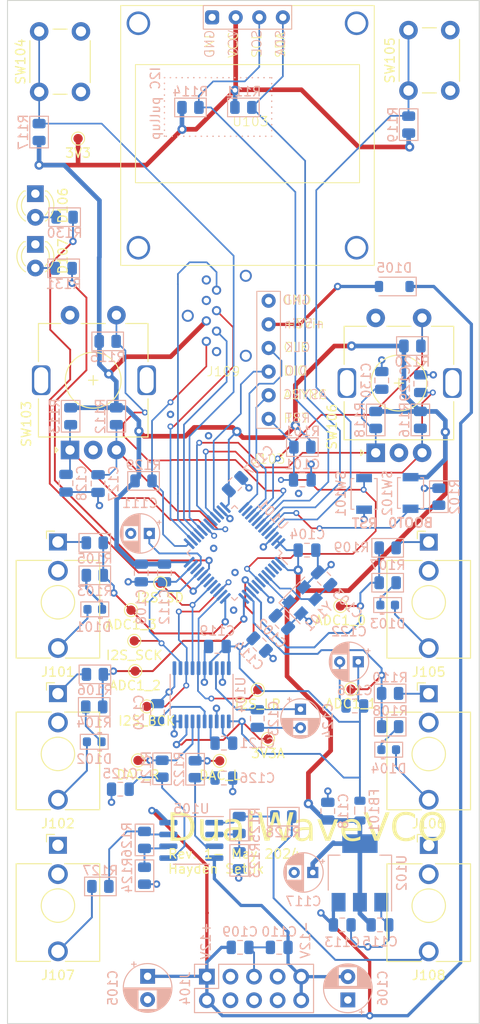
<source format=kicad_pcb>
(kicad_pcb (version 20221018) (generator pcbnew)
  (layers (0 "F.Cu" signal) (1 "In1.Cu" signal) (2 "In2.Cu" signal) (31 "B.Cu" signal) (34 "B.Paste" user) (35 "F.Paste" user) (36 "B.SilkS" user "B.Silkscreen") (37 "F.SilkS" user "F.Silkscreen") (38 "B.Mask" user) (39 "F.Mask" user) (44 "Edge.Cuts" user))
  (net 0 "")
  (net 1 "GND")
  (net 2 "HSE_IN")
  (net 3 "HSE_OUT")
  (net 4 "+3.3V")
  (net 5 "NRST")
  (net 6 "+3.3VA")
  (net 7 "Net-(U101-VCAP1)")
  (net 8 "+12V")
  (net 9 "-12V")
  (net 10 "Net-(D101-K)")
  (net 11 "CV2")
  (net 12 "Net-(D102-K)")
  (net 13 "CV1")
  (net 14 "Net-(D103-K)")
  (net 15 "MOD1")
  (net 16 "Net-(D104-K)")
  (net 17 "MOD2")
  (net 18 "SWCLK")
  (net 19 "SWDIO")
  (net 20 "Out1")
  (net 21 "Out2")
  (net 26 "BOOT0")
  (net 27 "CV1_ADC")
  (net 28 "CV2_ADC")
  (net 29 "MOD1_ADC")
  (net 30 "MOD2_ADC")
  (net 31 "SDA")
  (net 32 "SCL")
  (net 33 "ENC1_R")
  (net 34 "ENC1_L")
  (net 35 "ENC1_B")
  (net 36 "ENC2_R")
  (net 37 "ENC2_L")
  (net 38 "ENC2_B")
  (net 42 "I2S_WS")
  (net 43 "I2S_BCK")
  (net 45 "I2S_DIO")
  (net 47 "Net-(D106-A)")
  (net 48 "Net-(D107-A)")
  (net 49 "I2S_SCK")
  (net 50 "SD_CS")
  (net 51 "SCK")
  (net 52 "MISO")
  (net 53 "MOSI")
  (net 55 "SWO")
  (net 56 "Net-(U104-VNEG)")
  (net 57 "Net-(U104-CAPP)")
  (net 58 "Net-(U104-CAPM)")
  (net 59 "Net-(U104-LDOO)")
  (net 60 "Net-(U105B-+)")
  (net 61 "Net-(U105A-+)")
  (net 66 "CH_BTN")
  (net 67 "MODE_BTN")
  (net 68 "Net-(U104-OUTL)")
  (net 69 "Net-(U104-OUTR)")
  (net 70 "Net-(U105A--)")
  (net 71 "Net-(U105B--)")
  (net 72 "Net-(R125-Pad2)")
  (net 73 "Net-(R126-Pad2)")
  (net 74 "Net-(D105-A)")
  (net 75 "LED_GRN")
  (net 76 "LED_RED")
  (footprint "Display:SSD1306_OLED_128x64" (layer "F.Cu") (at 12.19 0.545)
    (fp_text reference "U103")
    (fp_text value "~")
  )
  (footprint "Connector_Audio:Jack_3.5mm_QingPu_WQP-PJ398SM_Vertical_CircularHoles" (layer "F.Cu") (at 5.43 74.525)
    (fp_text reference "J102")
    (fp_text value "MOD1")
  )
  (footprint "Connector_Audio:Jack_3.5mm_QingPu_WQP-PJ398SM_Vertical_CircularHoles" (layer "F.Cu") (at 5.43 58.22)
    (fp_text reference "J101")
    (fp_text value "CV1")
  )
  (footprint "TestPoint:TestPoint_Pad_D1.0mm_Value" (layer "F.Cu") (at 15 75.9)
    (fp_text reference "TP102" hide)
    (fp_text value "I2S_BCK")
  )
  (footprint "TestPoint:TestPoint_Pad_D1.0mm_Value" (layer "F.Cu") (at 13.3 65.55)
    (fp_text reference "TP112" hide)
    (fp_text value "ADC1_3")
  )
  (footprint "Alps_Rotary_Encoder:RotaryEncoder_Alps_EC11E-Switch_Vertical_H20mm_5Pin" (layer "F.Cu") (at 39.65 48.63 90)
    (fp_text reference "SW106")
    (fp_text value "ENC2")
  )
  (footprint "Connector_Audio:Jack_3.5mm_QingPu_WQP-PJ398SM_Vertical_CircularHoles" (layer "F.Cu") (at 45.36 58.23)
    (fp_text reference "J105")
    (fp_text value "CV2")
  )
  (footprint "Connector_Audio:Jack_3.5mm_QingPu_WQP-PJ398SM_Vertical_CircularHoles" (layer "F.Cu") (at 45.36 74.535)
    (fp_text reference "J106")
    (fp_text value "MOD2")
  )
  (footprint "LED_THT:LED_D3.0mm" (layer "F.Cu") (at 3 20.775 -90)
    (fp_text reference "D106")
    (fp_text value "LED_GRN")
  )
  (footprint "Button_Switch_THT:SW_PUSH_6mm" (layer "F.Cu") (at 43.18 9.69 90)
    (fp_text reference "SW105")
    (fp_text value "MODE")
  )
  (footprint "TestPoint:TestPoint_Pad_D1.0mm_Value" (layer "F.Cu") (at 16.45 62.65)
    (fp_text reference "TP109" hide)
    (fp_text value "I2S_SD")
  )
  (footprint "Connector_PinHeader_2.54mm:ST_SWHeader_3Wire_Pin" (layer "F.Cu") (at 28.1178 46.7614)
    (fp_text reference "J103")
    (fp_text value "SWD Header")
  )
  (footprint "Button_Switch_THT:SW_PUSH_6mm" (layer "F.Cu") (at 3.41 9.83 90)
    (fp_text reference "SW104")
    (fp_text value "CH")
  )
  (footprint "TestPoint:TestPoint_Pad_D1.0mm_Value" (layer "F.Cu") (at 7.6 14.85)
    (fp_text reference "TP104" hide)
    (fp_text value "3V3")
  )
  (footprint "LED_THT:LED_D3.0mm" (layer "F.Cu") (at 3 26.225 -90)
    (fp_text reference "D107")
    (fp_text value "LED_RED")
  )
  (footprint "Connector_Card:microSD_Genesis_Vertical_THT" (layer "F.Cu") (at 28.6125 33.9 90)
    (fp_text reference "J109")
    (fp_text value "Micro_SD_Card")
  )
  (footprint "TestPoint:TestPoint_Pad_D1.0mm_Value" (layer "F.Cu") (at 35.85 65.1)
    (fp_text reference "TP107" hide)
    (fp_text value "ADC1_0")
  )
  (footprint "TestPoint:TestPoint_Pad_D1.0mm_Value" (layer "F.Cu") (at 13.65 68.85)
    (fp_text reference "TP101" hide)
    (fp_text value "I2S_SCK")
  )
  (footprint "Connector_Audio:Jack_3.5mm_QingPu_WQP-PJ398SM_Vertical_CircularHoles" (layer "F.Cu") (at 5.43 90.83)
    (fp_text reference "J107")
    (fp_text value "OUT1")
  )
  (footprint "TestPoint:TestPoint_Pad_D1.0mm_Value" (layer "F.Cu") (at 26.95 74.1)
    (fp_text reference "TP110" hide)
    (fp_text value "I2S_LR")
  )
  (footprint "TestPoint:TestPoint_Pad_D1.0mm_Value" (layer "F.Cu") (at 22.85 81.75)
    (fp_text reference "TP106" hide)
    (fp_text value "DAC_L")
  )
  (footprint "TestPoint:TestPoint_Pad_D1.0mm_Value" (layer "F.Cu") (at 28.05 79.4)
    (fp_text reference "TP103" hide)
    (fp_text value "3V3A")
  )
  (footprint "TestPoint:TestPoint_Pad_D1.0mm_Value" (layer "F.Cu") (at 13.75 72.1)
    (fp_text reference "TP111" hide)
    (fp_text value "ADC1_2")
  )
  (footprint "TestPoint:TestPoint_Pad_D1.0mm_Value" (layer "F.Cu") (at 37 74.05)
    (fp_text reference "TP108" hide)
    (fp_text value "ADC1_1")
  )
  (footprint "Connector_Audio:Jack_3.5mm_QingPu_WQP-PJ398SM_Vertical_CircularHoles" (layer "F.Cu") (at 45.36 90.84)
    (fp_text reference "J108")
    (fp_text value "OUT2")
  )
  (footprint "Alps_Rotary_Encoder:RotaryEncoder_Alps_EC11E-Switch_Vertical_H20mm_5Pin" (layer "F.Cu") (at 6.73 48.33 90)
    (fp_text reference "SW103")
    (fp_text value "ENC1")
  )
  (footprint "TestPoint:TestPoint_Pad_D1.0mm_Value" (layer "F.Cu") (at 14.05 81.7)
    (fp_text reference "TP105" hide)
    (fp_text value "DAC_R")
  )
  (footprint "PCM_Diode_SMD_AKL:D_0603_1608Metric" (layer "B.Cu") (at 9.3375 79.7 180)
    (fp_text reference "D102")
    (fp_text value "D_Schottky" hide)
  )
  (footprint "Capacitor_SMD:C_0805_2012Metric" (layer "B.Cu") (at 25.0444 101.8032 180)
    (fp_text reference "C109")
    (fp_text value "220n")
  )
  (footprint "PCM_Resistor_SMD_AKL:R_0805_2012Metric" (layer "B.Cu") (at 6.15 23.3)
    (fp_text reference "R130")
    (fp_text value "220" hide)
  )
  (footprint "PCM_Resistor_SMD_AKL:R_0805_2012Metric" (layer "B.Cu") (at 24.95 92.45 90)
    (fp_text reference "R123")
    (fp_text value "100k" hide)
  )
  (footprint "PCM_Resistor_SMD_AKL:R_0805_2012Metric" (layer "B.Cu") (at 14.65 51.65 180)
    (fp_text reference "R129")
    (fp_text value "10k" hide)
  )
  (footprint "Capacitor_THT:CP_Radial_D5.0mm_P2.50mm" (layer "B.Cu") (at 15.0876 104.916088 -90)
    (fp_text reference "C105")
    (fp_text value "10u")
  )
  (footprint "Capacitor_SMD:C_0805_2012Metric" (layer "B.Cu") (at 31.75 51.55 180)
    (fp_text reference "C101")
    (fp_text value "100n")
  )
  (footprint "Button_Switch_SMD:SW_SPST_B3U-1000P" (layer "B.Cu") (at 38.4 53.05 -90)
    (fp_text reference "SW101")
    (fp_text value "RST")
  )
  (footprint "PCM_Resistor_SMD_AKL:R_0805_2012Metric" (layer "B.Cu") (at 3.4 14.15 -90)
    (fp_text reference "R117")
    (fp_text value "10k" hide)
  )
  (footprint "Capacitor_SMD:C_0805_2012Metric" (layer "B.Cu") (at 34.49 87.155199 90)
    (fp_text reference "C118")
    (fp_text value "2u2")
  )
  (footprint "Capacitor_SMD:C_0805_2012Metric" (layer "B.Cu") (at 23.3 79.85 180)
    (fp_text reference "C121")
    (fp_text value "2.2u")
  )
  (footprint "PCM_Resistor_SMD_AKL:R_0805_2012Metric" (layer "B.Cu") (at 9.3375 75.95)
    (fp_text reference "R104")
    (fp_text value "100k" hide)
  )
  (footprint "Capacitor_SMD:C_0805_2012Metric" (layer "B.Cu") (at 24.5 52 45)
    (fp_text reference "C107")
    (fp_text value "100n")
  )
  (footprint "PCM_Resistor_SMD_AKL:R_0805_2012Metric" (layer "B.Cu") (at 9.4 58.31)
    (fp_text reference "R105")
    (fp_text value "33k" hide)
  )
  (footprint "PCM_Resistor_SMD_AKL:R_0805_2012Metric" (layer "B.Cu") (at 11.715 44.7 -90)
    (fp_text reference "R112")
    (fp_text value "10k" hide)
  )
  (footprint "Capacitor_SMD:C_0805_2012Metric" (layer "B.Cu") (at 40.109 99.388 180)
    (fp_text reference "C115")
    (fp_text value "100n")
  )
  (footprint "PCM_Resistor_SMD_AKL:R_0805_2012Metric" (layer "B.Cu") (at 44.454999 45.095 -90)
    (fp_text reference "R116")
    (fp_text value "10k" hide)
  )
  (footprint "Capacitor_THT:CP_Radial_D4.0mm_P2.00mm" (layer "B.Cu") (at 32.8726 93.75 180)
    (fp_text reference "C117")
    (fp_text value "10u")
  )
  (footprint "Package_QFP:LQFP-48_7x7mm_P0.5mm" (layer "B.Cu") (at 24.45 59.4 135)
    (fp_text reference "U101")
    (fp_text value "STM32F410CBTx")
  )
  (footprint "Crystal:Crystal_SMD_EuroQuartz_MT-4Pin_3.2x2.5mm" (layer "B.Cu") (at 31.75 64.5 45)
    (fp_text reference "Y101")
    (fp_text value "16MHz")
  )
  (footprint "PCM_Resistor_SMD_AKL:R_0805_2012Metric" (layer "B.Cu") (at 9.4 61.8)
    (fp_text reference "R103")
    (fp_text value "100k" hide)
  )
  (footprint "PCM_Resistor_SMD_AKL:R_0805_2012Metric" (layer "B.Cu") (at 46.45 53.35 90)
    (fp_text reference "R102")
    (fp_text value "10k" hide)
  )
  (footprint "PCM_Resistor_SMD_AKL:R_0805_2012Metric" (layer "B.Cu") (at 41.2075 78.075 180)
    (fp_text reference "R108")
    (fp_text value "100k" hide)
  )
  (footprint "Capacitor_SMD:C_0805_2012Metric" (layer "B.Cu") (at 16.15 76.55 90)
    (fp_text reference "C120")
    (fp_text value "2.2u")
  )
  (footprint "Capacitor_SMD:C_0805_2012Metric" (layer "B.Cu") (at 44.5 41.2 -90)
    (fp_text reference "C129")
    (fp_text value "100n")
  )
  (footprint "PCM_Diode_SMD_AKL:D_0603_1608Metric" (layer "B.Cu") (at 40.9375 65)
    (fp_text reference "D103")
    (fp_text value "D_Schottky" hide)
  )
  (footprint "Capacitor_SMD:C_0805_2012Metric" (layer "B.Cu") (at 6.3 51.9 90)
    (fp_text reference "C128")
    (fp_text value "100n")
  )
  (footprint "Button_Switch_SMD:SW_SPST_B3U-1000P" (layer "B.Cu") (at 43.4 52.95 -90)
    (fp_text reference "SW102")
    (fp_text value "BOOT")
  )
  (footprint "Capacitor_SMD:C_0805_2012Metric" (layer "B.Cu") (at 14.4 61.55 -90)
    (fp_text reference "C108")
    (fp_text value "100n")
  )
  (footprint "Capacitor_SMD:C_0805_2012Metric" (layer "B.Cu") (at 27.15 69.25 -45)
    (fp_text reference "C114")
    (fp_text value "10n")
  )
  (footprint "Capacitor_SMD:C_0805_2012Metric" (layer "B.Cu") (at 9.75 51.94 90)
    (fp_text reference "C127")
    (fp_text value "100n")
  )
  (footprint "Capacitor_SMD:C_0805_2012Metric" (layer "B.Cu") (at 32.25 59.1)
    (fp_text reference "C104")
    (fp_text value "2u2")
  )
  (footprint "Connector_PinHeader_2.54mm:PinHeader_2x05_P2.54mm_Vertical" (layer "B.Cu") (at 21.468 104.9478 -90)
    (fp_text reference "J104")
    (fp_text value "POWER")
  )
  (footprint "Capacitor_SMD:C_0805_2012Metric" (layer "B.Cu") (at 34.0868 62.1632 -45)
    (fp_text reference "C103")
    (fp_text value "6pF")
  )
  (footprint "PCM_Resistor_SMD_AKL:R_0805_2012Metric" (layer "B.Cu") (at 9.4125 72.45)
    (fp_text reference "R106")
    (fp_text value "33k" hide)
  )
  (footprint "PCM_Resistor_SMD_AKL:R_0805_2012Metric" (layer "B.Cu") (at 6.8 44.7 -90)
    (fp_text reference "R113")
    (fp_text value "10k" hide)
  )
  (footprint "PCM_Resistor_SMD_AKL:R_0805_2012Metric" (layer "B.Cu") (at 41.2 74.5 180)
    (fp_text reference "R110")
    (fp_text value "33k" hide)
  )
  (footprint "Capacitor_SMD:C_0805_2012Metric" (layer "B.Cu") (at 23.3 83.6)
    (fp_text reference "C126")
    (fp_text value "2.2n")
  )
  (footprint "Inductor_SMD:L_0805_2012Metric" (layer "B.Cu") (at 37.95 87.1 90)
    (fp_text reference "FB101")
    (fp_text value "90R")
  )
  (footprint "Capacitor_SMD:C_0805_2012Metric" (layer "B.Cu") (at 40.3 40.85 -90)
    (fp_text reference "C130")
    (fp_text value "100n")
  )
  (footprint "PCM_Resistor_SMD_AKL:R_0805_2012Metric" (layer "B.Cu") (at 14.75 94.1 90)
    (fp_text reference "R124")
    (fp_text value "100k" hide)
  )
  (footprint "Package_SO:TSSOP-20_4.4x6.5mm_P0.65mm" (layer "B.Cu") (at 20.9 74.65 90)
    (fp_text reference "U104")
    (fp_text value "PCM5100A")
  )
  (footprint "Capacitor_SMD:C_0805_2012Metric" (layer "B.Cu") (at 12.15 84.8 180)
    (fp_text reference "C125")
    (fp_text value "2.2n")
  )
  (footprint "PCM_Resistor_SMD_AKL:R_0805_2012Metric" (layer "B.Cu") (at 14.75 90.25 90)
    (fp_text reference "R126")
    (fp_text value "68k" hide)
  )
  (footprint "PCM_Diode_SMD_AKL:D_0603_1608Metric" (layer "B.Cu") (at 9.4 65.46 180)
    (fp_text reference "D101")
    (fp_text value "D_Schottky" hide)
  )
  (footprint "Package_TO_SOT_SMD:SOT-223-3_TabPin2" (layer "B.Cu") (at 37.95 93.8 90)
    (fp_text reference "U102")
    (fp_text value "AMS1117")
  )
  (footprint "Capacitor_SMD:C_0805_2012Metric" (layer "B.Cu") (at 26.9 77.2 -90)
    (fp_text reference "C123")
    (fp_text value "100n")
  )
  (footprint "Capacitor_SMD:C_0805_2012Metric" (layer "B.Cu") (at 37.4 75.85 180)
    (fp_text reference "C116")
    (fp_text value "2u2")
  )
  (footprint "Capacitor_SMD:C_0805_2012Metric" (layer "B.Cu") (at 29.2608 101.8032 180)
    (fp_text reference "C110")
    (fp_text value "220n")
  )
  (footprint "PCM_Resistor_SMD_AKL:R_0805_2012Metric" (layer "B.Cu") (at 31.75 48.02 180)
    (fp_text reference "R101")
    (fp_text value "47k" hide)
  )
  (footprint "PCM_Resistor_SMD_AKL:R_0805_2012Metric" (layer "B.Cu") (at 16.65 82.6 -90)
    (fp_text reference "R121")
    (fp_text value "470" hide)
  )
  (footprint "PCM_Resistor_SMD_AKL:R_0805_2012Metric" (layer "B.Cu") (at 24.95 88.65 90)
    (fp_text reference "R125")
    (fp_text value "68k" hide)
  )
  (footprint "Capacitor_SMD:C_0805_2012Metric" (layer "B.Cu") (at 16.9 61.55 -90)
    (fp_text reference "C112")
    (fp_text value "100n")
  )
  (footprint "PCM_Resistor_SMD_AKL:R_0805_2012Metric" (layer "B.Cu") (at 19.7 11.5 180)
    (fp_text reference "R114")
    (fp_text value "R_PULLUP" hide)
  )
  (footprint "PCM_Diode_SMD_AKL:D_0603_1608Metric" (layer "B.Cu") (at 41.05 80.55)
    (fp_text reference "D104")
    (fp_text value "D_Schottky" hide)
  )
  (footprint "PCM_Resistor_SMD_AKL:R_0805_2012Metric" (layer "B.Cu") (at 29.7 87.75)
    (fp_text reference "R128")
    (fp_text value "470" hide)
  )
  (footprint "Capacitor_THT:CP_Radial_D4.0mm_P2.00mm" (layer "B.Cu") (at 15.2726 57.3 180)
    (fp_text reference "C111")
    (fp_text value "4u7")
  )
  (footprint "Capacitor_SMD:C_0805_2012Metric" (layer "B.Cu") (at 36.045 99.388 180)
    (fp_text reference "C113")
    (fp_text value "100n")
  )
  (footprint "PCM_Resistor_SMD_AKL:R_0805_2012Metric" (layer "B.Cu") (at 6.05 28.8)
    (fp_text reference "R131")
    (fp_text value "220" hide)
  )
  (footprint "PCM_Resistor_SMD_AKL:R_0805_2012Metric" (layer "B.Cu") (at 43.6 37.15)
    (fp_text reference "R120")
    (fp_text value "10k" hide)
  )
  (footprint "PCM_Resistor_SMD_AKL:R_0805_2012Metric" (layer "B.Cu") (at 40.9375 62.6 180)
    (fp_text reference "R107")
    (fp_text value "100k" hide)
  )
  (footprint "PCM_Resistor_SMD_AKL:R_0805_2012Metric" (layer "B.Cu") (at 10.7875 36.65)
    (fp_text reference "R115")
    (fp_text value "10k" hide)
  )
  (footprint "Capacitor_THT:CP_Radial_D5.0mm_P2.50mm" (layer "B.Cu") (at 36.6522 107.4528 90)
    (fp_text reference "C106")
    (fp_text value "10u")
  )
  (footprint "PCM_Resistor_SMD_AKL:R_0805_2012Metric" (layer "B.Cu") (at 39.65 45.1 -90)
    (fp_text reference "R118")
    (fp_text value "10k" hide)
  )
  (footprint "PCM_Resistor_SMD_AKL:R_0805_2012Metric" (layer "B.Cu") (at 20.2 82.65 -90)
    (fp_text reference "R122")
    (fp_text value "470" hide)
  )
  (footprint "Capacitor_SMD:C_0805_2012Metric" (layer "B.Cu") (at 22.6 69.45 180)
    (fp_text reference "C119")
    (fp_text value "100n")
  )
  (footprint "Capacitor_THT:CP_Radial_D4.0mm_P2.00mm" (layer "B.Cu") (at 37.7726 71.1 180)
    (fp_text reference "C122")
    (fp_text value "10u")
  )
  (footprint "Capacitor_SMD:C_0805_2012Metric" (layer "B.Cu") (at 29.5402 66.8114 135)
    (fp_text reference "C102")
    (fp_text value "6pF")
  )
  (footprint "Diode_SMD:D_SOD-123" (layer "B.Cu") (at 41.65 30.75 180)
    (fp_text reference "D105")
    (fp_text value "1N4148")
  )
  (footprint "Capacitor_THT:CP_Radial_D4.0mm_P2.00mm" (layer "B.Cu") (at 31.55 76.199999 -90)
    (fp_text reference "C124")
    (fp_text value "10u")
  )
  (footprint "PCM_Resistor_SMD_AKL:R_0805_2012Metric" (layer "B.Cu") (at 25.4 11.5 180)
    (fp_text reference "R111")
    (fp_text value "R_PULLUP" hide)
  )
  (footprint "Package_SO:SOIC-8_3.9x4.9mm_P1.27mm" (layer "B.Cu") (at 19.8 90.3 180)
    (fp_text reference "U105")
    (fp_text value "TL072")
  )
  (footprint "PCM_Resistor_SMD_AKL:R_0805_2012Metric" (layer "B.Cu") (at 10 95.25 180)
    (fp_text reference "R127")
    (fp_text value "470" hide)
  )
  (footprint "PCM_Resistor_SMD_AKL:R_0805_2012Metric" (layer "B.Cu") (at 40.9375 58.85 180)
    (fp_text reference "R109")
    (fp_text value "33k" hide)
  )
  (footprint "PCM_Resistor_SMD_AKL:R_0805_2012Metric" (layer "B.Cu") (at 43.2 13.35 -90)
    (fp_text reference "R119")
    (fp_text value "10k" hide)
  )
  (gr_rect (start 16.9 8.3) (end 28.45 14.6) (stroke (width 0.15) (type dot)) (fill none) (layer "B.SilkS"))
  (gr_rect (start 0 0) (end 50.8 110) (stroke (width 0.1)) (fill none) (layer "Edge.Cuts"))
  (gr_text "BOOT0" (at 45.95 56.75) (layer "B.SilkS") (effects (font (size 1 1) (thickness 0.2) bold) (justify left bottom mirror)))
  (gr_text "RST" (at 39.95 56.8) (layer "B.SilkS") (effects (font (size 1 1) (thickness 0.2) bold) (justify left bottom mirror)))
  (gr_text "I2C pullup" (at 16.5 7.05 90) (layer "B.SilkS") (effects (font (size 1 1)) (justify left bottom mirror)))
  (gr_text "+12V" (at 21.9456 99.0092 90) (layer "B.SilkS") (effects (font (size 1 1)) (justify left bottom mirror)))
  (gr_text "-12V" (at 32.6644 98.9076 90) (layer "B.SilkS") (effects (font (size 1 1)) (justify left bottom mirror)))
  (gr_text "Rev. 1- May 2024\nHayden Setlik" (at 17.2008 93.9488) (layer "F.SilkS") (effects (font (size 1 1)) (justify left bottom)))
  (gr_text "DualWaveVCO" (at 17.15 90.85) (layer "F.SilkS") (effects (font (size 3 3)) (justify left bottom)))
  (via (at 16.05 95) (size 0.8) (drill 0.4) (layers "F.Cu" "B.Cu") (net 1))
  (via (at 28.6 70.75) (size 0.8) (drill 0.4) (layers "F.Cu" "B.Cu") (net 1))
  (via (at 34.5 85) (size 0.8) (drill 0.4) (layers "F.Cu" "B.Cu") (net 1))
  (via (at 24.9 94.35) (size 0.8) (drill 0.4) (layers "F.Cu" "B.Cu") (net 1))
  (via (at 28.35 64.45) (size 0.8) (drill 0.4) (layers "F.Cu" "B.Cu") (net 1))
  (via (at 23.15 73.3) (size 0.8) (drill 0.4) (layers "F.Cu" "B.Cu") (net 1))
  (via (at 31.35 53) (size 0.8) (drill 0.4) (layers "F.Cu" "B.Cu") (net 1))
  (via (at 45.85 40.25) (size 0.8) (drill 0.4) (layers "F.Cu" "B.Cu") (net 1))
  (via (at 24.5 61.5) (size 0.8) (drill 0.4) (layers "F.Cu" "B.Cu") (net 1))
  (via (at 21.2 73.3) (size 0.8) (drill 0.4) (layers "F.Cu" "B.Cu") (net 1))
  (via (at 32.7 49.85) (size 0.8) (drill 0.4) (layers "F.Cu" "B.Cu") (net 1))
  (via (at 23.950363 55.702899) (size 0.8) (drill 0.4) (layers "F.Cu" "B.Cu") (net 1))
  (via (at 17.95 78.85) (size 0.8) (drill 0.4) (layers "F.Cu" "B.Cu") (net 1))
  (via (at 44.9 52.45) (size 0.8) (drill 0.4) (layers "F.Cu" "B.Cu") (net 1))
  (via (at 9.9 54.3) (size 0.8) (drill 0.4) (layers "F.Cu" "B.Cu") (net 1))
  (via (at 21.65 46.8) (size 0.8) (drill 0.4) (layers "F.Cu" "B.Cu") (net 1))
  (via (at 24.25 85.05) (size 0.8) (drill 0.4) (layers "F.Cu" "B.Cu") (net 1))
  (via (at 17.55 44.5) (size 0.8) (drill 0.4) (layers "F.Cu" "B.Cu") (net 1))
  (via (at 26 52.4) (size 0.8) (drill 0.4) (layers "F.Cu" "B.Cu") (net 1))
  (via (at 24.35 65.55) (size 0.8) (drill 0.4) (layers "F.Cu" "B.Cu") (net 1))
  (via (at 11.2 86.2) (size 0.8) (drill 0.4) (layers "F.Cu" "B.Cu") (net 1))
  (via (at 13 62.5) (size 0.8) (drill 0.4) (layers "F.Cu" "B.Cu") (net 1))
  (via (at 32.45 66.75) (size 0.8) (drill 0.4) (layers "F.Cu" "B.Cu") (net 1))
  (via (at 27.55 58.75) (size 0.8) (drill 0.4) (layers "F.Cu" "B.Cu") (net 1))
  (via (at 17.4 74.35) (size 0.8) (drill 0.4) (layers "F.Cu" "B.Cu") (net 1))
  (via (at 40.3 38.65) (size 0.8) (drill 0.4) (layers "F.Cu" "B.Cu") (net 1))
  (via (at 22.2 58.9) (size 0.8) (drill 0.4) (layers "F.Cu" "B.Cu") (net 1))
  (via (at 38.8 101.75) (size 0.8) (drill 0.4) (layers "F.Cu" "B.Cu") (net 1))
  (via (at 38.4 55.8) (size 0.8) (drill 0.4) (layers "F.Cu" "B.Cu") (net 1))
  (via (at 22.5 76.1) (size 0.8) (drill 0.4) (layers "F.Cu" "B.Cu") (net 1))
  (via (at 34.85 60.65) (size 0.8) (drill 0.4) (layers "F.Cu" "B.Cu") (net 1))
  (segment (start 40.25 98.579) (end 41.059 99.388) (width 0.2) (layer "B.Cu") (net 1))
  (segment (start 40.3 39.9) (end 40.3 38.65) (width 0.2) (layer "B.Cu") (net 1))
  (segment (start 33.415049 59.315049) (end 33.2 59.1) (width 0.2) (layer "B.Cu") (net 1))
  (segment (start 33.415049 61.562158) (end 33.415049 61.491449) (width 0.2) (layer "B.Cu") (net 1))
  (segment (start 41.059 99.388) (end 41.059 100.991) (width 0.2) (layer "B.Cu") (net 1))
  (segment (start 25.171751 51.571751) (end 26 52.4) (width 0.2) (layer "B.Cu") (net 1))
  (segment (start 24.95 94.3) (end 24.9 94.35) (width 0.2) (layer "B.Cu") (net 1))
  (segment (start 30.211951 67.483151) (end 30.211951 67.310842) (width 0.2) (layer "B.Cu") (net 1))
  (segment (start 17.975 78.825) (end 17.95 78.85) (width 0.2) (layer "B.Cu") (net 1))
  (segment (start 28.605895 57.694105) (end 27.55 58.75) (width 0.2) (layer "B.Cu") (net 1))
  (segment (start 14.75 95.0125) (end 16.0375 95.0125) (width 0.2) (layer "B.Cu") (net 1))
  (segment (start 26.9 78.15) (end 26.949999 78.199999) (width 0.2) (layer "B.Cu") (net 1))
  (segment (start 18.625 77.5125) (end 17.975 77.5125) (width 0.2) (layer "B.Cu") (net 1))
  (segment (start 35.7726 75.1726) (end 36.45 75.85) (width 0.2) (layer "B.Cu") (net 1))
  (segment (start 26.548 102.3568) (end 26.548 104.9478) (width 0.2) (layer "B.Cu") (net 1))
  (segment (start 35.7726 71.1) (end 35.7726 75.1726) (width 0.2) (layer "B.Cu") (net 1))
  (segment (start 17.975 71.7875) (end 17.975 73.775) (width 0.2) (layer "B.Cu") (net 1))
  (segment (start 21.225 69.875) (end 21.225 71.7875) (width 0.2) (layer "B.Cu") (net 1))
  (segment (start 27.821751 69.971751) (end 28.6 70.75) (width 0.2) (layer "B.Cu") (net 1))
  (segment (start 8.4875 58.31) (end 8.3975 58.22) (width 0.2) (layer "B.Cu") (net 1))
  (segment (start 26.863002 62.873662) (end 28.35 64.36066) (width 0.2) (layer "B.Cu") (net 1))
  (segment (start 44.5 40.25) (end 45.85 40.25) (width 0.2) (layer "B.Cu") (net 1))
  (segment (start 25.9944 101.8032) (end 26.548 102.3568) (width 0.2) (layer "B.Cu") (net 1))
  (segment (start 17.975 77.5125) (end 17.975 78.825) (width 0.2) (layer "B.Cu") (net 1))
  (segment (start 17.4 74.35) (end 16.15 75.6) (width 0.2) (layer "B.Cu") (net 1))
  (segment (start 44.9125 52.4375) (end 44.9 52.45) (width 0.2) (layer "B.Cu") (net 1))
  (segment (start 9.71 52.85) (end 9.75 52.89) (width 0.2) (layer "B.Cu") (net 1))
  (segment (start 16.0375 95.0125) (end 16.05 95) (width 0.2) (layer "B.Cu") (net 1))
  (segment (start 19.915678 60.752342) (end 18.16802 62.5) (width 0.2) (layer "B.Cu") (net 1))
  (segment (start 24.95 93.3625) (end 24.95 94.3) (width 0.2) (layer "B.Cu") (net 1))
  (segment (start 34.008551 61.491449) (end 34.85 60.65) (width 0.2) (layer "B.Cu") (net 1))
  (segment (start 33.415049 61.491449) (end 33.415049 59.315049) (width 0.2) (layer "B.Cu") (net 1))
  (segment (start 7.505 72.45) (end 5.43 74.525) (width 0.2) (layer "B.Cu") (net 1))
  (segment (start 25.171751 51.328249) (end 25.171751 51.571751) (width 0.2) (layer "B.Cu") (net 1))
  (segment (start 9.75 52.89) (end 9.75 54.15) (width 0.2) (layer "B.Cu") (net 1))
  (segment (start 23.113142 54.865678) (end 23.950363 55.702899) (width 0.2) (layer "B.Cu") (net 1))
  (segment (start 8.5 72.45) (end 7.505 72.45) (width 0.2) (layer "B.Cu") (net 1))
  (segment (start 42.1475 74.535) (end 45.36 74.535) (width 0.2) (layer "B.Cu") (net 1))
  (segment (start 28.35 64.36066) (end 28.35 64.45) (width 0.2) (layer "B.Cu") (net 1))
  (segment (start 32.7 51.55) (end 32.7 49.85) (width 0.2) (layer "B.Cu") (net 1))
  (segment (start 21.65 69.45) (end 21.225 69.875) (width 0.2) (layer "B.Cu") (net 1))
  (segment (start 28.630769 57.694105) (end 28.605895 57.694105) (width 0.2) (layer "B.Cu") (net 1))
  (segment (start 17.975 73.775) (end 17.4 74.35) (width 0.2) (layer "B.Cu") (net 1))
  (segment (start 34.49 85.01) (end 34.5 85) (width 0.2) (layer "B.Cu") (net 1))
  (segment (start 23.175 73.275) (end 23.15 73.3) (width 0.2) (layer "B.Cu") (net 1))
  (segment (start 30.211951 67.310842) (end 31.608579 65.914214) (width 0.2) (layer "B.Cu") (net 1))
  (segment (start 33.415049 61.491449) (end 34.008551 61.491449) (width 0.2) (layer "B.Cu") (net 1))
  (segment (start 36.995 100.845) (end 36.995 100.895) (width 0.2) (layer "B.Cu") (net 1))
  (segment (start 27.821751 69.921751) (end 27.821751 69.971751) (width 0.2) (layer "B.Cu") (net 1))
  (segment (start 26.949999 78.199999) (end 31.55 78.199999) (width 0.2) (layer "B.Cu") (net 1))
  (segment (start 31.891421 63.085786) (end 33.415049 61.562158) (width 0.2) (layer "B.Cu") (net 1))
  (segment (start 42.47 58.23) (end 45.36 58.23) (width 0.2) (layer "B.Cu") (net 1))
  (segment (start 23.175 71.7875) (end 23.175 73.275) (width 0.2) (layer "B.Cu") (net 1))
  (segment (start 40.3 101.75) (end 38.8 101.75) (width 0.2) (layer "B.Cu") (net 1))
  (segment (start 6.3 52.85) (end 9.71 52.85) (width 0.2) (layer "B.Cu") (net 1))
  (segment (start 42.1125 74.5) (end 42.1475 74.535) (width 0.2) (layer "B.Cu") (net 1))
  (segment (start 41.059 100.991) (end 40.3 101.75) (width 0.2) (layer "B.Cu") (net 1))
  (segment (start 21.225 73.275) (end 21.2 73.3) (width 0.2) (layer "B.Cu") (net 1))
  (segment (start 8.3975 58.22) (end 5.43 58.22) (width 0.2) (layer "B.Cu") (net 1))
  (segment (start 34.49 86.205199) (end 34.49 85.01) (width 0.2) (layer "B.Cu") (net 1))
  (segment (start 18.16802 62.5) (end 16.9 62.5) (width 0.2) (layer "B.Cu") (net 1))
  (segment (start 24.25 83.6) (end 24.25 85.05) (width 0.2) (layer "B.Cu") (net 1))
  (segment (start 31.614214 65.914214) (end 32.45 66.75) (width 0.2) (layer "B.Cu") (net 1))
  (segment (start 37.85 101.75) (end 38.8 101.75) (width 0.2) (layer "B.Cu") (net 1))
  (segment (start 25.9944 101.8032) (end 28.3108 101.8032) (width 0.2) (layer "B.Cu") (net 1))
  (segment (start 40.25 96.95) (end 40.25 98.579) (width 0.2) (layer "B.Cu") (net 1))
  (segment (start 22.525 77.5125) (end 22.525 76.125) (width 0.2) (layer "B.Cu") (net 1))
  (segment (start 9.75 54.15) (end 9.9 54.3) (width 0.2) (layer "B.Cu") (net 1))
  (segment (start 31.608579 65.914214) (end 31.614214 65.914214) (width 0.2) (layer "B.Cu") (net 1))
  (segment (start 23.097658 54.865678) (end 23.113142 54.865678) (width 0.2) (layer "B.Cu") (net 1))
  (segment (start 41.85 58.85) (end 42.47 58.23) (width 0.2) (layer "B.Cu") (net 1))
  (segment (start 14.4 62.5) (end 13 62.5) (width 0.2) (layer "B.Cu") (net 1))
  (segment (start 36.995 100.895) (end 37.85 101.75) (width 0.2) (layer "B.Cu") (net 1))
  (segment (start 36.995 99.388) (end 36.995 100.845) (width 0.2) (layer "B.Cu") (net 1))
  (segment (start 14.4 62.5) (end 16.9 62.5) (width 0.2) (layer "B.Cu") (net 1))
  (segment (start 46.45 52.4375) (end 44.9125 52.4375) (width 0.2) (layer "B.Cu") (net 1))
  (segment (start 21.225 71.7875) (end 21.225 73.275) (width 0.2) (layer "B.Cu") (net 1))
  (segment (start 38.4 54.75) (end 38.4 55.8) (width 0.2) (layer "B.Cu") (net 1))
  (segment (start 22.525 76.125) (end 22.5 76.1) (width 0.2) (layer "B.Cu") (net 1))
  (segment (start 11.2 84.8) (end 11.2 86.2) (width 0.2) (layer "B.Cu") (net 1))
  (segment (start 34.687842 62.834951) (end 34.758551 62.834951) (width 0.18) (layer "B.Cu") (net 2))
  (segment (start 31.608579 64.358579) (end 33.164214 64.358579) (width 0.18) (layer "B.Cu") (net 2))
  (segment (start 27.923662 61.813002) (end 29.335027 63.224367) (width 0.18) (layer "B.Cu") (net 2))
  (segment (start 33.164214 64.358579) (end 34.687842 62.834951) (width 0.18) (layer "B.Cu") (net 2))
  (segment (start 29.335027 63.224367) (end 30.474367 63.224367) (width 0.18) (layer "B.Cu") (net 2))
  (segment (start 30.474367 63.224367) (end 31.608579 64.358579) (width 0.18) (layer "B.Cu") (net 2))
  (segment (start 28.868449 66.139649) (end 28.868449 66.108758) (width 0.18) (layer "B.Cu") (net 3))
  (segment (start 28.868449 66.108758) (end 30.335786 64.641421) (width 0.18) (layer "B.Cu") (net 3))
  (segment (start 30.044975 64.641421) (end 30.335786 64.641421) (width 0.18) (layer "B.Cu") (net 3))
  (segment (start 27.570109 62.166555) (end 30.044975 64.641421) (width 0.18) (layer "B.Cu") (net 3))
  (segment (start 36.75 63.45) (end 47.15 53.05) (width 0.5) (layer "F.Cu") (net 4))
  (segment (start 31.3 63.45) (end 36.75 63.45) (width 0.5) (layer "F.Cu") (net 4))
  (segment (start 7.6 14.85) (end 7.6 17.65) (width 0.5) (layer "F.Cu") (net 4))
  (segment (start 24.7 46.35) (end 25 46.35) (width 0.2) (layer "F.Cu") (net 4))
  (segment (start 35.2 37.15) (end 31 41.35) (width 0.5) (layer "F.Cu") (net 4))
  (segment (start 7.6 17.65) (end 7.65 17.7) (width 0.5) (layer "F.Cu") (net 4))
  (segment (start 24.5 9.65) (end 24.5725 9.5775) (width 0.5) (layer "F.Cu") (net 4))
  (segment (start 31.3 64.2) (end 31.3 63.45) (width 0.5) (layer "F.Cu") (net 4))
  (segment (start 12.75 38.3) (end 17.5625 38.3) (width 0.5) (layer "F.Cu") (net 4))
  (segment (start 32.4 83.05) (end 34.8 80.65) (width 0.5) (layer "F.Cu") (net 4))
  (segment (start 18.8 13.85) (end 14.95 17.7) (width 0.5) (layer "F.Cu") (net 4))
  (segment (start 20.3 13.85) (end 24.5 9.65) (width 0.5) (layer "F.Cu") (net 4))
  (segment (start 25.35 47) (end 29.7 47) (width 0.5) (layer "F.Cu") (net 4))
  (segment (start 37.05 37.15) (end 35.2 37.15) (width 0.5) (layer "F.Cu") (net 4))
  (segment (start 30.1 65.4) (end 31.3 64.2) (width 0.5) (layer "F.Cu") (net 4))
  (segment (start 14.7 46.85) (end 19.15 46.85) (width 0.5) (layer "F.Cu") (net 4))
  (segment (start 14.95 17.7) (end 7.65 17.7) (width 0.5) (layer "F.Cu") (net 4))
  (segment (start 37.8 15.75) (end 31.65 9.6) (width 0.5) (layer "F.Cu") (net 4))
  (segment (start 34.8 77.349999) (end 30.1 72.649999) (width 0.5) (layer "F.Cu") (net 4))
  (segment (start 14.15 46.3) (end 14.7 46.85) (width 0.5) (layer "F.Cu") (net 4))
  (segment (start 34.8 80.65) (end 34.8 77.349999) (width 0.5) (layer "F.Cu") (net 4))
  (segment (start 10.9 40.15) (end 12.75 38.3) (width 0.5) (layer "F.Cu") (net 4))
  (segment (start 31 41.35) (end 31 45.7) (width 0.5) (layer "F.Cu") (net 4))
  (segment (start 7.65 17.7) (end 3.4 17.7) (width 0.5) (layer "F.Cu") (net 4))
  (segment (start 19.15 46.85) (end 20.1 45.9) (width 0.5) (layer "F.Cu") (net 4))
  (segment (start 32.4 86.35) (end 32.4 83.05) (width 0.5) (layer "F.Cu") (net 4))
  (segment (start 30.1 72.649999) (end 30.1 65.4) (width 0.5) (layer "F.Cu") (net 4))
  (segment (start 31.65 9.6) (end 24.55 9.6) (width 0.5) (layer "F.Cu") (net 4))
  (segment (start 17.5625 38.3) (end 21.4125 34.45) (width 0.5) (layer "F.Cu") (net 4))
  (segment (start 43.3 15.75) (end 37.8 15.75) (width 0.5) (layer "F.Cu") (net 4))
  (segment (start 29.7 47) (end 31 45.7) (width 0.5) (layer "F.Cu") (net 4))
  (segment (start 20.1 45.9) (end 24.25 45.9) (width 0.5) (layer "F.Cu") (net 4))
  (segment (start 24.25 45.9) (end 25.35 47) (width 0.5) (layer "F.Cu") (net 4))
  (segment (start 31.3 63.45) (end 31.3 61.25) (width 0.5) (layer "F.Cu") (net 4))
  (segment (start 47.15 53.05) (end 47.15 46.4) (width 0.5) (layer "F.Cu") (net 4))
  (segment (start 18.8 13.85) (end 20.3 13.85) (width 0.5) (layer "F.Cu") (net 4))
  (segment (start 24.5725 9.5775) (end 24.5725 1.815) (width 0.5) (layer "F.Cu") (net 4))
  (segment (start 24.55 9.6) (end 24.5 9.65) (width 0.5) (layer "F.Cu") (net 4))
  (segment (start 24.25 45.9) (end 24.7 46.35) (width 0.5) (layer "F.Cu") (net 4))
  (via (at 32.4 86.35) (size 1) (drill 0.5) (layers "F.Cu" "B.Cu") (net 4))
  (via (at 24.7 46.35) (size 1) (drill 0.5) (layers "F.Cu" "B.Cu") (net 4))
  (via (at 47.15 46.4) (size 1) (drill 0.5) (layers "F.Cu" "B.Cu") (net 4))
  (via (at 43.3 15.75) (size 1) (drill 0.5) (layers "F.Cu" "B.Cu") (net 4))
  (via (at 24.5 9.65) (size 1) (drill 0.5) (layers "F.Cu" "B.Cu") (net 4))
  (via (at 18.8 13.85) (size 1) (drill 0.5) (layers "F.Cu" "B.Cu") (net 4))
  (via (at 31.3 61.25) (size 1) (drill 0.5) (layers "F.Cu" "B.Cu") (net 4))
  (via (at 3.4 17.7) (size 1) (drill 0.5) (layers "F.Cu" "B.Cu") (net 4))
  (via (at 14.15 46.3) (size 1) (drill 0.5) (layers "F.Cu" "B.Cu") (net 4))
  (via (at 10.9 40.15) (size 1) (drill 0.5) (layers "F.Cu" "B.Cu") (net 4))
  (via (at 31 45.7) (size 1) (drill 0.5) (layers "F.Cu" "B.Cu") (net 4))
  (via (at 37.05 37.15) (size 1) (drill 0.5) (layers "F.Cu" "B.Cu") (net 4))
  (segment (start 43.2 15.65) (end 43.3 15.75) (width 0.5) (layer "B.Cu") (net 4))
  (segment (start 39.65 44.1875) (end 44.449999 44.1875) (width 0.5) (layer "B.Cu") (net 4))
  (segment (start 19.562124 60.398788) (end 17.101212 60.398788) (width 0.2) (layer "B.Cu") (net 4))
  (segment (start 24.5 11.4875) (end 24.4875 11.5) (width 0.5) (layer "B.Cu") (net 4))
  (segment (start 32.8726 93.75) (end 32.8726 92.7774) (width 0.5) (layer "B.Cu") (net 4))
  (segment (start 37.95 98.179) (end 37.95 96.95) (width 0.5) (layer "B.Cu") (net 4))
  (segment (start 9.875 36.65) (end 9.875 27.625) (width 0.5) (layer "B.Cu") (net 4))
  (segment (start 28.984322 58.047658) (end 29.337876 58.401212) (width 0.2) (layer "B.Cu") (net 4))
  (segment (start 32.6625 47.3625) (end 32.6625 48.02) (width 0.2) (layer "B.Cu") (net 4))
  (segment (start 42.6875 37.15) (end 42.6875 42.415001) (width 0.5) (layer "B.Cu") (net 4))
  (segment (start 18.7875 11.5) (end 18.7875 13.8375) (width 0.5) (layer "B.Cu") (net 4))
  (segment (start 12.7375 43.7875) (end 14.15 45.2) (width 0.5) (layer "B.Cu") (net 4))
  (segment (start 44.449999 44.1875) (end 44.454999 44.1825) (width 0.5) (layer "B.Cu") (net 4))
  (segment (start 14.15 45.2) (end 14.15 46.3) (width 0.5) (layer "B.Cu") (net 4))
  (segment (start 34.547301 88.1625) (end 34.49 88.105199) (width 0.5) (layer "B.Cu") (net 4))
  (segment (start 30.036664 59.1) (end 31.3 59.1) (width 0.2) (layer "B.Cu") (net 4))
  (segment (start 23.828249 54.135087) (end 23.451212 54.512124) (width 0.2) (layer "B.Cu") (net 4))
  (segment (start 46.1825 44.1825) (end 44.454999 44.1825) (width 0.5) (layer "B.Cu") (net 4))
  (segment (start 6.1 17.7) (end 9.9 21.5) (width 0.5) (layer "B.Cu") (net 4))
  (segment (start 29.337876 58.401212) (end 30.036664 59.1) (width 0.2) (layer "B.Cu") (net 4))
  (segment (start 11.75 58.75) (end 11.75 53.6375) (width 0.5) (layer "B.Cu") (net 4))
  (segment (start 45.2 51.25) (end 47.15 49.3) (width 0.5) (layer "B.Cu") (net 4))
  (segment (start 23.828249 52.671751) (end 23.828249 47.221751) (width 0.2) (layer "B.Cu") (net 4))
  (segment (start 31 45.7) (end 32.6625 47.3625) (width 0.2) (layer "B.Cu") (net 4))
  (segment (start 29.348788 60.398788) (end 30.2 61.25) (width 0.2) (layer "B.Cu") (net 4))
  (segment (start 35.2 90.65) (end 37.95 90.65) (width 0.5) (layer "B.Cu") (net 4))
  (segment (start 14.15 46.85) (end 14.15 51.2375) (width 0.5) (layer "B.Cu") (net 4))
  (segment (start 11.715 40.965) (end 10.9 40.15) (width 0.5) (layer "B.Cu") (net 4))
  (segment (start 42.6875 42.415001) (end 44.454999 44.1825) (width 0.5) (layer "B.Cu") (net 4))
  (segment (start 14.4 60.6) (end 13.6 60.6) (width 0.5) (layer "B.Cu") (net 4))
  (segment (start 13.6 60.6) (end 11.75 58.75) (width 0.5) (layer "B.Cu") (net 4))
  (segment (start 37.95 88.1625) (end 34.547301 88.1625) (width 0.5) (layer "B.Cu") (net 4))
  (segment (start 39.159 99.388) (end 37.95 98.179) (width 0.5) (layer "B.Cu") (net 4))
  (segment (start 3.4 17.7) (end 6.1 17.7) (width 0.5) (layer "B.Cu") (net 4))
  (segment (start 18.7875 13.8375) (end 18.8 13.85) (width 0.5) (layer "B.Cu") (net 4))
  (segment (start 43.2 14.2625) (end 43.2 15.65) (width 0.5) (layer "B.Cu") (net 4))
  (segment (start 14.4 60.6) (end 16.9 60.6) (width 0.5) (layer "B.Cu") (net 4))
  (segment (start 11.715 43.7875) (end 11.715 40.965) (width 0.5) (layer "B.Cu") (net 4))
  (segment (start 42.6875 37.15) (end 37.05 37.15) (width 0.5) (layer "B.Cu") (net 4))
  (segment (start 31.3 59.1) (end 31.3 61.25) (width 0.2) (layer "B.Cu") (net 4))
  (segment (start 23.828249 52.671751) (end 23.828249 54.135087) (width 0.2) (layer "B.Cu") (net 4))
  (segment (start 14.15 46.3) (end 14.15 46.85) (width 0.5) (layer "B.Cu") (net 4))
  (segment (start 35.1 90.55) (end 35.2 90.65) (width 0.5) (layer "B.Cu") (net 4))
  (segment (start 37.95 96.95) (end 37.95 90.65) (width 0.5) (layer "B.Cu") (net 4))
  (segment (start 47.15 46.4) (end 47.15 45.15) (width 0.5) (layer "B.Cu") (net 4))
  (segment (start 32.8726 92.7774) (end 35.1 90.55) (width 0.5) (layer "B.Cu") (net 4))
  (segment (start 24.5 9.65) (end 24.5 11.4875) (width 0.5) (layer "B.Cu") (net 4))
  (segment (start 29.337876 60.398788) (end 29.348788 60.398788) (width 0.2) (layer "B.Cu") (net 4))
  (segment (start 11.715 43.7875) (end 12.7375 43.7875) (width 0.5) (layer "B.Cu") (net 4))
  (segment (start 30.2 61.25) (end 31.3 61.25) (width 0.2) (layer "B.Cu") (net 4))
  (segment (start 10.9 40.15) (end 9.9 39.15) (width 0.5) (layer "B.Cu") (net 4))
  (segment (start 17.101212 60.398788) (end 16.9 60.6) (width 0.2) (layer "B.Cu") (net 4))
  (segment (start 9.9 27.6) (end 9.875 27.625) (width 0.5) (layer "B.Cu") (net 4))
  (segment (start 11.75 53.6375) (end 13.7375 51.65) (width 0.5) (layer "B.Cu") (net 4))
  (segment (start 9.9 21.5) (end 9.9 27.6) (width 0.5) (layer "B.Cu") (net 4))
  (segment (start 23.828249 47.221751) (end 24.7 46.35) (width 0.2) (layer "B.Cu") (net 4))
  (segment (start 3.4 17.7) (end 3.4 15.0625) (width 0.5) (layer "B.Cu") (net 4))
  (segment (start 47.15 49.3) (end 47.15 46.4) (width 0.5) (layer "B.Cu") (net 4))
  (segment (start 34.155199 88.105199) (end 32.4 86.35) (width 0.5) (layer "B.Cu") (net 4))
  (segment (start 37.95 88.1625) (end 37.95 90.65) (width 0.5) (layer "B.Cu") (net 4))
  (segment (start 47.15 45.15) (end 46.1825 44.1825) (width 0.5) (layer "B.Cu") (net 4))
  (segment (start 43.4 51.25) (end 45.2 51.25) (width 0.5) (layer "B.Cu") (net 4))
  (segment (start 6.8 43.7875) (end 11.715 43.7875) (width 0.5) (layer "B.Cu") (net 4))
  (segment (start 34.49 88.105199) (end 34.155199 88.105199) (width 0.5) (layer "B.Cu") (net 4))
  (segment (start 9.9 36.675) (end 9.875 36.65) (width 0.5) (layer "B.Cu") (net 4))
  (segment (start 9.9 39.15) (end 9.9 36.675) (width 0.5) (layer "B.Cu") (net 4))
  (segment (start 14.15 51.2375) (end 13.7375 51.65) (width 0.5) (layer "B.Cu") (net 4))
  (segment (start 30.95 59.5) (end 37.2 59.5) (width 0.18) (layer "F.Cu") (net 5))
  (segment (start 37.2 59.5) (end 39.65 57.05) (width 0.18) (layer "F.Cu") (net 5))
  (segment (start 38.35 52.6) (end 33.4 52.6) (width 0.18) (layer "F.Cu") (net 5))
  (segment (start 39.65 57.05) (end 39.65 53.9) (width 0.18) (layer "F.Cu") (net 5))
  (segment (start 32.35 51.55) (end 29.45 51.55) (width 0.18) (layer "F.Cu") (net 5))
  (segment (start 33.4 52.6) (end 32.35 51.55) (width 0.18) (layer "F.Cu") (net 5))
  (segment (start 26.95 59.95) (end 30.5 59.95) (width 0.18) (layer "F.Cu") (net 5))
  (segment (start 25.8 61.1) (end 26.95 59.95) (width 0.18) (layer "F.Cu") (net 5))
  (segment (start 30.5 59.95) (end 30.95 59.5) (width 0.18) (layer "F.Cu") (net 5))
  (segment (start 39.65 53.9) (end 38.35 52.6) (width 0.18) (layer "F.Cu") (net 5))
  (via (at 29.45 51.55) (size 0.65) (drill 0.35) (layers "F.Cu" "B.Cu") (net 5))
  (via (at 25.8 61.1) (size 0.65) (drill 0.35) (layers "F.Cu" "B.Cu") (net 5))
  (via (at 38.35 52.6) (size 0.65) (drill 0.35) (layers "F.Cu" "B.Cu") (net 5))
  (segment (start 38.4 52.55) (end 38.35 52.6) (width 0.18) (layer "B.Cu") (net 5))
  (segment (start 28.1178 44.9834) (end 30.8375 47.7031) (width 0.18) (layer "B.Cu") (net 5))
  (segment (start 30.8375 51.5125) (end 30.8 51.55) (width 0.18) (layer "B.Cu") (net 5))
  (segment (start 30.8 51.55) (end 29.45 51.55) (width 0.18) (layer "B.Cu") (net 5))
  (segment (start 30.8375 48.02) (end 30.8375 51.5125) (width 0.18) (layer "B.Cu") (net 5))
  (segment (start 27.216555 62.516555) (end 27.216555 62.520109) (width 0.18) (layer "B.Cu") (net 5))
  (segment (start 25.8 61.1) (end 27.216555 62.516555) (width 0.18) (layer "B.Cu") (net 5))
  (segment (start 38.4 51.35) (end 38.4 52.55) (width 0.18) (layer "B.Cu") (net 5))
  (segment (start 30.8375 47.7031) (end 30.8375 48.02) (width 0.18) (layer "B.Cu") (net 5))
  (segment (start 25.6 62.3) (end 25.6 65.1) (width 0.2) (layer "F.Cu") (net 6))
  (segment (start 23.25 79.5) (end 25.25 77.5) (width 0.2) (layer "F.Cu") (net 6))
  (segment (start 25.6 69.45) (end 25 69.45) (width 0.2) (layer "F.Cu") (net 6))
  (segment (start 26.5 68.55) (end 25.6 69.45) (width 0.2) (layer "F.Cu") (net 6))
  (segment (start 26.5 66) (end 26.5 68.55) (width 0.2) (layer "F.Cu") (net 6))
  (segment (start 27.15 79.4) (end 25.25 77.5) (width 0.2) (layer "F.Cu") (net 6))
  (segment (start 25.6 65.1) (end 26.5 66) (width 0.2) (layer "F.Cu") (net 6))
  (segment (start 28.05 79.4) (end 27.15 79.4) (width 0.2) (layer "F.Cu") (net 6))
  (segment (start 18.75 80) (end 19.25 79.5) (width 0.2) (layer "F.Cu") (net 6))
  (segment (start 19.25 79.5) (end 23.25 79.5) (width 0.2) (layer "F.Cu") (net 6))
  (segment (start 18.2 80) (end 18.75 80) (width 0.2) (layer "F.Cu") (net 6))
  (via (at 25 69.45) (size 0.8) (drill 0.4) (layers "F.Cu" "B.Cu") (net 6))
  (via (at 25.6 62.3) (size 0.8) (drill 0.4) (layers "F.Cu" "B.Cu") (net 6))
  (via (at 18.2 80) (size 0.8) (drill 0.4) (layers "F.Cu" "B.Cu") (net 6))
  (via (at 25.25 77.5) (size 0.8) (drill 0.4) (layers "F.Cu" "B.Cu") (net 6))
  (segment (start 26.509449 63.227215) (end 26.509449 63.209449) (width 0.2) (layer "B.Cu") (net 6))
  (segment (start 27.4 81) (end 33.65 81) (width 0.2) (layer "B.Cu") (net 6))
  (segment (start 25 69.45) (end 25 71.8) (width 0.2) (layer "B.Cu") (net 6))
  (segment (start 23.825 71.7875) (end 23.825 69.725) (width 0.2) (layer "B.Cu") (net 6))
  (segment (start 21.875 71.125) (end 23.55 69.45) (width 0.2) (layer "B.Cu") (net 6))
  (segment (start 23.825 69.725) (end 23.55 69.45) (width 0.2) (layer "B.Cu") (net 6))
  (segment (start 38.35 75.85) (end 37.7726 75.2726) (width 0.2) (layer "B.Cu") (net 6))
  (segment (start 27.45 74.25) (end 32.4 74.25) (width 0.2) (layer "B.Cu") (net 6))
  (segment (start 23.8375 77.5) (end 23.825 77.5125) (width 0.2) (layer "B.Cu") (net 6))
  (segment (start 37.95 77.55) (end 37.95 76.25) (width 0.2) (layer "B.Cu") (net 6))
  (segment (start 25.25 77.5) (end 23.8375 77.5) (width 0.2) (layer "B.Cu") (net 6))
  (segment (start 35.7 77.55) (end 37.95 77.55) (width 0.2) (layer "B.Cu") (net 6))
  (segment (start 37.7726 75.2726) (end 37.7726 71.1) (width 0.2) (layer "B.Cu") (net 6))
  (segment (start 37.9 83.55) (end 37.95 83.5) (width 0.2) (layer "B.Cu") (net 6))
  (segment (start 26.509449 63.209449) (end 25.6 62.3) (width 0.2) (layer "B.Cu") (net 6))
  (segment (start 19.275 78.925) (end 18.2 80) (width 0.2) (layer "B.Cu") (net 6))
  (segment (start 32.4 74.25) (end 35.7 77.55) (width 0.2) (layer "B.Cu") (net 6))
  (segment (start 25.606498 69.45) (end 26.478249 68.578249) (width 0.2) (layer "B.Cu") (net 6))
  (segment (start 19.275 77.5125) (end 19.275 78.925) (width 0.2) (layer "B.Cu") (net 6))
  (segment (start 23.55 69.45) (end 25 69.45) (width 0.2) (layer "B.Cu") (net 6))
  (segment (start 37.95 83.5) (end 37.95 77.55) (width 0.2) (layer "B.Cu") (net 6))
  (segment (start 21.875 71.7875) (end 21.875 71.125) (width 0.2) (layer "B.Cu") (net 6))
  (segment (start 25 71.8) (end 27.45 74.25) (width 0.2) (layer "B.Cu") (net 6))
  (segment (start 36.2 83.55) (end 37.9 83.55) (width 0.2) (layer "B.Cu") (net 6))
  (segment (start 37.95 86.0375) (end 37.95 83.5) (width 0.2) (layer "B.Cu") (net 6))
  (segment (start 33.65 81) (end 36.2 83.55) (width 0.2) (layer "B.Cu") (net 6))
  (segment (start 25.25 78.85) (end 27.4 81) (width 0.2) (layer "B.Cu") (net 6))
  (segment (start 37.95 76.25) (end 38.35 75.85) (width 0.2) (layer "B.Cu") (net 6))
  (segment (start 25 69.45) (end 25.606498 69.45) (width 0.2) (layer "B.Cu") (net 6))
  (segment (start 26.5 68.556498) (end 26.478249 68.578249) (width 0.2) (layer "B.Cu") (net 6))
  (segment (start 25.25 77.5) (end 25.25 78.85) (width 0.2) (layer "B.Cu") (net 6))
  (segment (start 20.812169 59.812169) (end 20.45 59.45) (width 0.2) (layer "B.Cu") (net 7))
  (segment (start 20.45 59.45) (end 16.35 59.45) (width 0.2) (layer "B.Cu") (net 7))
  (segment (start 20.269231 61.105895) (end 20.812169 60.562957) (width 0.2) (layer "B.Cu") (net 7))
  (segment (start 15.2726 58.3726) (end 15.2726 57.3) (width 0.2) (layer "B.Cu") (net 7))
  (segment (start 16.35 59.45) (end 15.2726 58.3726) (width 0.2) (layer "B.Cu") (net 7))
  (segment (start 20.812169 60.562957) (end 20.812169 59.812169) (width 0.2) (layer "B.Cu") (net 7))
  (segment (start 21.468 93.018) (end 15.55 87.1) (width 0.35) (layer "F.Cu") (net 8))
  (segment (start 33.75 98.1) (end 39 103.35) (width 0.35) (layer "F.Cu") (net 8))
  (segment (start 21.468 104.9478) (end 21.468 98.15) (width 0.35) (layer "F.Cu") (net 8))
  (segment (start 39 103.35) (end 39 109.15) (width 0.35) (layer "F.Cu") (net 8))
  (segment (start 21.468 98.15) (end 21.468 93.018) (width 0.35) (layer "F.Cu") (net 8))
  (segment (start 21.518 98.1) (end 21.468 98.15) (width 0.35) (layer "F.Cu") (net 8))
  (via (at 33.75 98.1) (size 0.8) (drill 0.4) (layers "F.Cu" "B.Cu") (net 8))
  (via (at 39 109.15) (size 0.8) (drill 0.4) (layers "F.Cu" "B.Cu") (net 8))
  (via (at 15.55 87.1) (size 0.8) (drill 0.4) (layers "F.Cu" "B.Cu") (net 8))
  (segment (start 49.95 34.8) (end 49.95 44.3) (width 0.35) (layer "B.Cu") (net 8))
  (segment (start 23.1302 109.15) (end 21.468 107.4878) (width 0.35) (layer "B.Cu") (net 8))
  (segment (start 48.8 103.45) (end 43.1 109.15) (width 0.35) (layer "B.Cu") (net 8))
  (segment (start 48.8 45.45) (end 48.8 103.45) (width 0.35) (layer "B.Cu") (net 8))
  (segment (start 15.0876 104.916088) (end 21.436288 104.916088) (width 0.35) (layer "B.Cu") (net 8))
  (segment (start 21.468 107.4878) (end 21.468 104.9478) (width 0.35) (layer "B.Cu") (net 8))
  (segment (start 15.55 87.1) (end 16.03 87.1) (width 0.35) (layer "B.Cu") (net 8))
  (segment (start 49.95 44.3) (end 48.8 45.45) (width 0.35) (layer "B.Cu") (net 8))
  (segment (start 45.9 30.75) (end 49.95 34.8) (width 0.35) (layer "B.Cu") (net 8))
  (segment (start 23.0532 101.8032) (end 24.0944 101.8032) (width 0.35) (layer "B.Cu") (net 8))
  (segment (start 16.03 87.1) (end 17.325 88.395) (width 0.35) (layer "B.Cu") (net 8))
  (segment (start 21.436288 104.916088) (end 21.468 104.9478) (width 0.35) (layer "B.Cu") (net 8))
  (segment (start 43.3 30.75) (end 45.9 30.75) (width 0.35) (layer "B.Cu") (net 8))
  (segment (start 35.095 99.388) (end 35.038 99.388) (width 0.35) (layer "B.Cu") (net 8))
  (segment (start 35.095 97.505) (end 35.65 96.95) (width 0.35) (layer "B.Cu") (net 8))
  (segment (start 21.468 103.382) (end 23.05 101.8) (width 0.35) (layer "B.Cu") (net 8))
  (segment (start 23.05 101.8) (end 23.0532 101.8032) (width 0.35) (layer "B.Cu") (net 8))
  (segment (start 35.095 99.388) (end 35.095 97.505) (width 0.35) (layer "B.Cu") (net 8))
  (segment (start 21.468 104.9478) (end 21.468 103.382) (width 0.35) (layer "B.Cu") (net 8))
  (segment (start 39 109.15) (end 23.1302 109.15) (width 0.35) (layer "B.Cu") (net 8))
  (segment (start 43.1 109.15) (end 39 109.15) (width 0.35) (layer "B.Cu") (net 8))
  (segment (start 35.038 99.388) (end 33.75 98.1) (width 0.35) (layer "B.Cu") (net 8))
  (segment (start 31.633 104.9528) (end 31.628 104.9478) (width 0.35) (layer "B.Cu") (net 9))
  (segment (start 36.6522 104.9528) (end 31.633 104.9528) (width 0.35) (layer "B.Cu") (net 9))
  (segment (start 31.628 104.9478) (end 31.628 107.4878) (width 0.35) (layer "B.Cu") (net 9))
  (segment (start 30.2108 100.1608) (end 30.2108 101.8032) (width 0.35) (layer "B.Cu") (net 9))
  (segment (start 30.2108 101.8032) (end 30.2108 103.5306) (width 0.35) (layer "B.Cu") (net 9))
  (segment (start 22.275 94.425) (end 25.15 97.3) (width 0.35) (layer "B.Cu") (net 9))
  (segment (start 22.275 92.205) (end 22.275 94.425) (width 0.35) (layer "B.Cu") (net 9))
  (segment (start 30.2108 103.5306) (end 31.628 104.9478) (width 0.35) (layer "B.Cu") (net 9))
  (segment (start 27.35 97.3) (end 30.2108 100.1608) (width 0.35) (layer "B.Cu") (net 9))
  (segment (start 25.15 97.3) (end 27.35 97.3) (width 0.35) (layer "B.Cu") (net 9))
  (segment (start 10.1875 64.8875) (end 8.4875 63.1875) (width 0.25) (layer "B.Cu") (net 10))
  (segment (start 10.1875 65.46) (end 10.1875 64.8875) (width 0.25) (layer "B.Cu") (net 10))
  (segment (start 8.4875 63.1875) (end 8.4875 61.8) (width 0.25) (layer "B.Cu") (net 10))
  (segment (start 41.725 65) (end 41.725 65.995) (width 0.21) (layer "B.Cu") (net 11))
  (segment (start 41.725 65.995) (end 45.36 69.63) (width 0.21) (layer "B.Cu") (net 11))
  (segment (start 8.425 75.95) (end 8.425 78) (width 0.2) (layer "B.Cu") (net 12))
  (segment (start 8.425 78) (end 10.125 79.7) (width 0.2) (layer "B.Cu") (net 12))
  (segment (start 8.6125 66.4375) (end 5.43 69.62) (width 0.21) (layer "B.Cu") (net 13))
  (segment (start 8.6125 65.46) (end 8.6125 66.4375) (width 0.21) (layer "B.Cu") (net 13))
  (segment (start 40.15 65) (end 40.15 64.3) (width 0.2) (layer "B.Cu") (net 14))
  (segment (start 40.15 64.3) (end 41.85 62.6) (width 0.2) (layer "B.Cu") (net 14))
  (segment (start 5.43 85.925) (end 8.55 82.805) (width 0.21) (layer "B.Cu") (net 15))
  (segment (start 8.55 82.805) (end 8.55 79.7) (width 0.21) (layer "B.Cu") (net 15))
  (segment (start 40.2625 79.9325) (end 42.12 78.075) (width 0.2) (layer "B.Cu") (net 16))
  (segment (start 40.2625 80.55) (end 40.2625 79.9325) (width 0.2) (layer "B.Cu") (net 16))
  (segment (start 41.8375 82.4125) (end 45.36 85.935) (width 0.21) (layer "B.Cu") (net 17))
  (segment (start 41.8375 80.55) (end 41.8375 82.4125) (width 0.21) (layer "B.Cu") (net 17))
  (segment (start 26.05 42.25) (end 27.1 41.2) (width 0.18) (layer "B.Cu") (net 18))
  (segment (start 26.9 53.060912) (end 26.9 50.65) (width 0.18) (layer "B.Cu") (net 18))
  (segment (start 29.5 40.35) (end 29.5 38.7456) (width 0.18) (layer "B.Cu") (net 18))
  (segment (start 25.448788 54.512124) (end 26.9 53.060912) (width 0.18) (layer "B.Cu") (net 18))
  (segment (start 26.9 50.65) (end 26.05 49.8) (width 0.18) (layer "B.Cu") (net 18))
  (segment (start 29.5 38.7456) (end 28.1178 37.3634) (width 0.18) (layer "B.Cu") (net 18))
  (segment (start 27.1 41.2) (end 28.65 41.2) (width 0.18) (layer "B.Cu") (net 18))
  (segment (start 28.65 41.2) (end 29.5 40.35) (width 0.18) (layer "B.Cu") (net 18))
  (segment (start 26.05 49.8) (end 26.05 42.25) (width 0.18) (layer "B.Cu") (net 18))
  (segment (start 22.211167 49.111167) (end 22.2 49.1) (width 0.18) (layer "B.Cu") (net 19))
  (segment (start 22.2 47.35) (end 25.125 44.425) (width 0.18) (layer "B.Cu") (net 19))
  (segment (start 22.744105 55.219231) (end 22.211167 54.686293) (width 0.18) (layer "B.Cu") (net 19))
  (segment (start 25.125 44.425) (end 25.125 41.275) (width 0.18) (layer "B.Cu") (net 19))
  (segment (start 22.2 49.1) (end 22.2 47.35) (width 0.18) (layer "B.Cu") (net 19))
  (segment (start 22.211167 54.686293) (end 22.211167 49.111167) (width 0.18) (layer "B.Cu") (net 19))
  (segment (start 25.125 41.275) (end 26.4966 39.9034) (width 0.18) (layer "B.Cu") (net 19))
  (segment (start 26.4966 39.9034) (end 28.1178 39.9034) (width 0.18) (layer "B.Cu") (net 19))
  (segment (start 9.0875 98.5725) (end 5.43 102.23) (width 0.21) (layer "B.Cu") (net 20))
  (segment (start 9.0875 95.25) (end 9.0875 98.5725) (width 0.21) (layer "B.Cu") (net 20))
  (segment (start 28.65 91.7) (end 28.65 96.5) (width 0.21) (layer "B.Cu") (net 21))
  (segment (start 35.3 103.15) (end 44.45 103.15) (width 0.21) (layer "B.Cu") (net 21))
  (segment (start 44.45 103.15) (end 45.36 102.24) (width 0.21) (layer "B.Cu") (net 21))
  (segment (start 30.6125 87.75) (end 30.6125 89.7375) (width 0.21) (layer "B.Cu") (net 21))
  (segment (start 30.6125 89.7375) (end 28.65 91.7) (width 0.21) (layer "B.Cu") (net 21))
  (segment (start 28.65 96.5) (end 35.3 103.15) (width 0.21) (layer "B.Cu") (net 21))
  (segment (start 33.6 56.75) (end 32.7445 56.75) (width 0.18) (layer "F.Cu") (net 26))
  (segment (start 32.7445 56.75) (end 31.1 55.1055) (width 0.18) (layer "F.Cu") (net 26))
  (via (at 33.6 56.75) (size 0.65) (drill 0.35) (layers "F.Cu" "B.Cu") (net 26))
  (via (at 31.1 55.1055) (size 0.65) (drill 0.35) (layers "F.Cu" "B.Cu") (net 26))
  (segment (start 33.65 56.7) (end 33.6 56.75) (width 0.18) (layer "B.Cu") (net 26))
  (segment (start 41.35 56.7) (end 33.65 56.7) (width 0.18) (layer "B.Cu") (net 26))
  (segment (start 31.1 55.1055) (end 29.80516 55.1055) (width 0.18) (layer "B.Cu") (net 26))
  (segment (start 29.80516 55.1055) (end 27.923662 56.986998) (width 0.18) (layer "B.Cu") (net 26))
  (segment (start 46.0625 54.65) (end 43.4 54.65) (width 0.18) (layer "B.Cu") (net 26))
  (segment (start 43.4 54.65) (end 41.35 56.7) (width 0.18) (layer "B.Cu") (net 26))
  (segment (start 46.45 54.2625) (end 46.0625 54.65) (width 0.18) (layer "B.Cu") (net 26))
  (segment (start 22.2 68.05) (end 15.8 68.05) (width 0.21) (layer "F.Cu") (net 27))
  (segment (start 23.45 66.8) (end 22.2 68.05) (width 0.21) (layer "F.Cu") (net 27))
  (segment (start 15.8 68.05) (end 11.45 63.7) (width 0.21) (layer "F.Cu") (net 27))
  (via (at 23.45 66.8) (size 0.8) (drill 0.4) (layers "F.Cu" "B.Cu") (net 27))
  (via (at 11.45 63.7) (size 0.8) (drill 0.4) (layers "F.Cu" "B.Cu") (net 27))
  (segment (start 11.45 62.9375) (end 10.3125 61.8) (width 0.21) (layer "B.Cu") (net 27))
  (segment (start 23.451212 64.287876) (end 23.451212 66.798788) (width 0.21) (layer "B.Cu") (net 27))
  (segment (start 11.45 63.7) (end 11.45 62.9375) (width 0.21) (layer "B.Cu") (net 27))
  (segment (start 10.3125 61.8) (end 10.3125 58.31) (width 0.21) (layer "B.Cu") (net 27))
  (segment (start 23.451212 66.798788) (end 23.45 66.8) (width 0.21) (layer "B.Cu") (net 27))
  (segment (start 35.85 65.1) (end 38 65.1) (width 0.21) (layer "F.Cu") (net 28))
  (via (at 38 65.1) (size 0.8) (drill 0.4) (layers "F.Cu" "B.Cu") (net 28))
  (segment (start 27.3 64.724874) (end 27.3 66.75) (width 0.21) (layer "B.Cu") (net 28))
  (segment (start 39.1 62.6) (end 40.025 62.6) (width 0.21) (layer "B.Cu") (net 28))
  (segment (start 30.1 69.55) (end 33.05 69.55) (width 0.21) (layer "B.Cu") (net 28))
  (segment (start 34.6 68) (end 36.75 68) (width 0.21) (layer "B.Cu") (net 28))
  (segment (start 38 63.7) (end 39.1 62.6) (width 0.21) (layer "B.Cu") (net 28))
  (segment (start 26.155895 63.580769) (end 27.3 64.724874) (width 0.21) (layer "B.Cu") (net 28))
  (segment (start 27.3 66.75) (end 30.1 69.55) (width 0.21) (layer "B.Cu") (net 28))
  (segment (start 38 66.75) (end 38 65.1) (width 0.21) (layer "B.Cu") (net 28))
  (segment (start 36.75 68) (end 38 66.75) (width 0.21) (layer "B.Cu") (net 28))
  (segment (start 40.025 62.6) (end 40.025 58.85) (width 0.21) (layer "B.Cu") (net 28))
  (segment (start 33.05 69.55) (end 34.6 68) (width 0.21) (layer "B.Cu") (net 28))
  (segment (start 38 65.1) (end 38 63.7) (width 0.21) (layer "B.Cu") (net 28))
  (segment (start 13.75 72.1) (end 15.65 72.1) (width 0.21) (layer "F.Cu") (net 29))
  (segment (start 15.65 72.1) (end 18.9 68.85) (width 0.21) (layer "F.Cu") (net 29))
  (segment (start 11.4 72.1) (end 13.75 72.1) (width 0.21) (layer "F.Cu") (net 29))
  (segment (start 23.1 68.85) (end 25.45 66.5) (width 0.21) (layer "F.Cu") (net 29))
  (segment (start 18.9 68.85) (end 23.1 68.85) (width 0.21) (layer "F.Cu") (net 29))
  (via (at 25.45 66.5) (size 0.8) (drill 0.4) (layers "F.Cu" "B.Cu") (net 29))
  (via (at 11.4 72.1) (size 0.8) (drill 0.4) (layers "F.Cu" "B.Cu") (net 29))
  (segment (start 25.45 64.289088) (end 25.448788 64.287876) (width 0.21) (layer "B.Cu") (net 29))
  (segment (start 10.25 72.525) (end 10.325 72.45) (width 0.21) (layer "B.Cu") (net 29))
  (segment (start 25.45 66.5) (end 25.45 64.289088) (width 0.21) (layer "B.Cu") (net 29))
  (segment (start 10.325 72.45) (end 11.05 72.45) (width 0.21) (layer "B.Cu") (net 29))
  (segment (start 10.25 75.95) (end 10.25 72.525) (width 0.21) (layer "B.Cu") (net 29))
  (segment (start 11.05 72.45) (end 11.4 72.1) (width 0.21) (layer "B.Cu") (net 29))
  (segment (start 38.7875 74.05) (end 40.2875 72.55) (width 0.21) (layer "F.Cu") (net 30))
  (segment (start 37 74.05) (end 38.7875 74.05) (width 0.21) (layer "F.Cu") (net 30))
  (via (at 40.2875 72.55) (size 0.8) (drill 0.4) (layers "F.Cu" "B.Cu") (net 30))
  (segment (start 40.2875 74.5) (end 40.2875 78.0675) (width 0.21) (layer "B.Cu") (net 30))
  (segment (start 25.802342 63.934322) (end 26.5 64.63198) (width 0.21) (layer "B.Cu") (net 30))
  (segment (start 29.85 70.25) (end 33.4 70.25) (width 0.21) (layer "B.Cu") (net 30))
  (segment (start 40.2875 72.55) (end 40.2875 74.5) (width 0.21) (layer "B.Cu") (net 30))
  (segment (start 33.8 69.85) (end 38.3326 69.85) (width 0.21) (layer "B.Cu") (net 30))
  (segment (start 40.2875 71.8049) (end 40.2875 72.55) (width 0.21) (layer "B.Cu") (net 30))
  (segment (start 40.2875 78.0675) (end 40.295 78.075) (width 0.21) (layer "B.Cu") (net 30))
  (segment (start 26.5 64.63198) (end 26.5 66.9) (width 0.21) (layer "B.Cu") (net 30))
  (segment (start 38.3326 69.85) (end 40.2875 71.8049) (width 0.21) (layer "B.Cu") (net 30))
  (segment (start 33.4 70.25) (end 33.8 69.85) (width 0.21) (layer "B.Cu") (net 30))
  (segment (start 26.5 66.9) (end 29.85 70.25) (width 0.21) (layer "B.Cu") (net 30))
  (segment (start 32.05 17.2375) (end 32.05 42.5) (width 0.18) (layer "B.Cu") (net 31))
  (segment (start 29.7 54.5) (end 27.570109 56.629891) (width 0.18) (layer "B.Cu") (net 31))
  (segment (start 27.570109 56.629891) (end 27.570109 56.633445) (width 0.18) (layer "B.Cu") (net 31))
  (segment (start 29.6525 8.16) (end 29.6525 1.815) (width 0.18) (layer "B.Cu") (net 31))
  (segment (start 26.3125 11.5) (end 32.05 17.2375) (width 0.18) (layer "B.Cu") (net 31))
  (segment (start 32.05 42.5) (end 35.8 46.25) (width 0.18) (layer "B.Cu") (net 31))
  (segment (start 35.8 51.85) (end 33.15 54.5) (width 0.18) (layer "B.Cu") (net 31))
  (segment (start 26.3125 11.5) (end 29.6525 8.16) (width 0.18) (layer "B.Cu") (net 31))
  (segment (start 33.15 54.5) (end 29.7 54.5) (width 0.18) (layer "B.Cu") (net 31))
  (segment (start 35.8 46.25) (end 35.8 51.85) (width 0.18) (layer "B.Cu") (net 31))
  (segment (start 25.55 8.7) (end 22.15 8.7) (width 0.18) (layer "B.Cu") (net 32))
  (segment (start 20.6 11.4875) (end 20.6125 11.5) (width 0.18) (layer "B.Cu") (net 32))
  (segment (start 20.6125 11.5) (end 21.9 11.5) (width 0.18) (layer "B.Cu") (net 32))
  (segment (start 22.15 8.7) (end 20.6 10.25) (width 0.18) (layer "B.Cu") (net 32))
  (segment (start 27.1125 7.1375) (end 25.55 8.7) (width 0.18) (layer "B.Cu") (net 32))
  (segment (start 32.526777 53.773223) (end 29.723223 53.773223) (width 0.18) (layer "B.Cu") (net 32))
  (segment (start 31 20.6) (end 31 42.85) (width 0.18) (layer "B.Cu") (net 32))
  (segment (start 29.723223 53.773223) (end 27.216555 56.279891) (width 0.18) (layer "B.Cu") (net 32))
  (segment (start 20.6 10.25) (end 20.6 11.4875) (width 0.18) (layer "B.Cu") (net 32))
  (segment (start 31 42.85) (end 34.55 46.4) (width 0.18) (layer "B.Cu") (net 32))
  (segment (start 34.55 51.75) (end 32.526777 53.773223) (width 0.18) (layer "B.Cu") (net 32))
  (segment (start 21.9 11.5) (end 31 20.6) (width 0.18) (layer "B.Cu") (net 32))
  (segment (start 27.1125 1.815) (end 27.1125 7.1375) (width 0.18) (layer "B.Cu") (net 32))
  (segment (start 34.55 46.4) (end 34.55 51.75) (width 0.18) (layer "B.Cu") (net 32))
  (segment (start 20.7 54.9) (end 22.65 56.85) (width 0.18) (layer "F.Cu") (net 33))
  (segment (start 22.65 56.85) (end 23.45 56.85) (width 0.18) (layer "F.Cu") (net 33))
  (segment (start 18.3 54.9) (end 20.7 54.9) (width 0.18) (layer "F.Cu") (net 33))
  (segment (start 11.73 48.33) (end 18.3 54.9) (width 0.18) (layer "F.Cu") (net 33))
  (via (at 23.45 56.85) (size 0.65) (drill 0.35) (layers "F.Cu" "B.Cu") (net 33))
  (segment (start 22.253554 56.85) (end 23.45 56.85) (width 0.18) (layer "B.Cu") (net 33))
  (segment (start 9.76 51) (end 10.95 51) (width 0.18) (layer "B.Cu") (net 33))
  (segment (start 11.73 50.22) (end 11.73 48.33) (width 0.18) (layer "B.Cu") (net 33))
  (segment (start 11.715 45.6125) (end 11.73 45.6275) (width 0.18) (layer "B.Cu") (net 33))
  (segment (start 21.683445 56.279891) (end 22.253554 56.85) (width 0.18) (layer "B.Cu") (net 33))
  (segment (start 9.75 50.99) (end 9.76 51) (width 0.18) (layer "B.Cu") (net 33))
  (segment (start 11.73 45.6275) (end 11.73 48.33) (width 0.18) (layer "B.Cu") (net 33))
  (segment (start 21.683445 56.279891) (end 21.574391 56.279891) (width 0.18) (layer "B.Cu") (net 33))
  (segment (start 10.95 51) (end 11.73 50.22) (width 0.18) (layer "B.Cu") (net 33))
  (segment (start 6.73 48.33) (end 11.9 53.5) (width 0.18) (layer "F.Cu") (net 34))
  (segment (start 20.55 55.85) (end 22.25 57.55) (width 0.18) (layer "F.Cu") (net 34))
  (segment (start 17.55 55.85) (end 20.35 55.85) (width 0.18) (layer "F.Cu") (net 34))
  (segment (start 20.35 55.85) (end 20.55 55.85) (width 0.18) (layer "F.Cu") (net 34))
  (segment (start 11.9 53.5) (end 15.2 53.5) (width 0.18) (layer "F.Cu") (net 34))
  (segment (start 15.2 53.5) (end 17.55 55.85) (width 0.18) (layer "F.Cu") (net 34))
  (via (at 22.25 57.55) (size 0.65) (drill 0.35) (layers "F.Cu" "B.Cu") (net 34))
  (segment (start 6.73 50.52) (end 6.73 48.33) (width 0.18) (layer "B.Cu") (net 34))
  (segment (start 6.8 45.6125) (end 6.73 45.6825) (width 0.18) (layer "B.Cu") (net 34))
  (segment (start 22.246446 57.55) (end 21.329891 56.633445) (width 0.18) (layer "B.Cu") (net 34))
  (segment (start 22.25 57.55) (end 22.246446 57.55) (width 0.18) (layer "B.Cu") (net 34))
  (segment (start 6.73 45.6825) (end 6.73 48.33) (width 0.18) (layer "B.Cu") (net 34))
  (segment (start 6.3 50.95) (end 6.73 50.52) (width 0.18) (layer "B.Cu") (net 34))
  (segment (start 12.5 45.45) (end 12.5 46.8) (width 0.18) (layer "F.Cu") (net 35))
  (segment (start 17.6 49.45) (end 17.65 49.4) (width 0.18) (layer "F.Cu") (net 35))
  (segment (start 14.8 44.3) (end 13.65 44.3) (width 0.18) (layer "F.Cu") (net 35))
  (segment (start 24.55 49.4) (end 27.825 52.675) (width 0.18) (layer "F.Cu") (net 35))
  (segment (start 15.15 49.45) (end 17.6 49.45) (width 0.18) (layer "F.Cu") (net 35))
  (segment (start 27.85 52.7) (end 27.825 52.675) (width 0.18) (layer "F.Cu") (net 35))
  (segment (start 17.65 49.4) (end 24.55 49.4) (width 0.18) (layer "F.Cu") (net 35))
  (segment (start 12.5 46.8) (end 15.15 49.45) (width 0.18) (layer "F.Cu") (net 35))
  (segment (start 29.7 52.7) (end 27.85 52.7) (width 0.18) (layer "F.Cu") (net 35))
  (segment (start 13.65 44.3) (end 12.5 45.45) (width 0.18) (layer "F.Cu") (net 35))
  (via (at 14.8 44.3) (size 0.65) (drill 0.35) (layers "F.Cu" "B.Cu") (net 35))
  (via (at 29.7 52.7) (size 0.65) (drill 0.35) (layers "F.Cu" "B.Cu") (net 35))
  (segment (start 26.863002 55.926338) (end 29.7 53.08934) (width 0.18) (layer "B.Cu") (net 35))
  (segment (start 12.7 42.2) (end 14.8 44.3) (width 0.18) (layer "B.Cu") (net 35))
  (segment (start 11.7 36.65) (end 12.7 37.65) (width 0.18) (layer "B.Cu") (net 35))
  (segment (start 11.7 36.65) (end 11.73 36.62) (width 0.18) (layer "B.Cu") (net 35))
  (segment (start 12.7 37.65) (end 12.7 42.2) (width 0.18) (layer "B.Cu") (net 35))
  (segment (start 29.7 53.08934) (end 29.7 52.7) (width 0.18) (layer "B.Cu") (net 35))
  (segment (start 11.73 36.62) (end 11.73 33.83) (width 0.18) (layer "B.Cu") (net 35))
  (segment (start 26.8 50.75) (end 37.95 50.75) (width 0.18) (layer "F.Cu") (net 36))
  (segment (start 42.515 50.765) (end 44.65 48.63) (width 0.18) (layer "F.Cu") (net 36))
  (segment (start 37.95 50.75) (end 37.965 50.765) (width 0.18) (layer "F.Cu") (net 36))
  (segment (start 21.35 48.5) (end 24.55 48.5) (width 0.18) (layer "F.Cu") (net 36))
  (segment (start 44.65 48.63) (end 44.65 43.3) (width 0.18) (layer "F.Cu") (net 36))
  (segment (start 37.965 50.765) (end 42.515 50.765) (width 0.18) (layer "F.Cu") (net 36))
  (segment (start 44.65 43.3) (end 45.8 42.15) (width 0.18) (layer "F.Cu") (net 36))
  (segment (start 24.55 48.5) (end 26.8 50.75) (width 0.18) (layer "F.Cu") (net 36))
  (via (at 21.35 48.5) (size 0.65) (drill 0.35) (layers "F.Cu" "B.Cu") (net 36))
  (via (at 45.8 42.15) (size 0.65) (drill 0.35) (layers "F.Cu" "B.Cu") (net 36))
  (segment (start 44.65 46.202501) (end 44.454999 46.0075) (width 0.18) (layer "B.Cu") (net 36))
  (segment (start 45.8 42.15) (end 44.5 42.15) (width 0.18) (layer "B.Cu") (net 36))
  (segment (start 22.390551 55.572785) (end 21.35 54.532234) (width 0.18) (layer "B.Cu") (net 36))
  (segment (start 44.65 48.63) (end 44.65 46.202501) (width 0.18) (layer "B.Cu") (net 36))
  (segment (start 21.35 54.532234) (end 21.35 48.5) (width 0.18) (layer "B.Cu") (net 36))
  (segment (start 24.85 47.55) (end 20.65 47.55) (width 0.18) (layer "F.Cu") (net 37))
  (segment (start 30.2 50.2) (end 27.5 50.2) (width 0.18) (layer "F.Cu") (net 37))
  (segment (start 39.65 48.63) (end 31.77 48.63) (width 0.18) (layer "F.Cu") (net 37))
  (segment (start 31.77 48.63) (end 30.45 49.95) (width 0.18) (layer "F.Cu") (net 37))
  (segment (start 30.45 49.95) (end 30.2 50.2) (width 0.18) (layer "F.Cu") (net 37))
  (segment (start 27.5 50.2) (end 24.85 47.55) (width 0.18) (layer "F.Cu") (net 37))
  (via (at 20.65 47.55) (size 0.65) (drill 0.35) (layers "F.Cu" "B.Cu") (net 37))
  (segment (start 22.036998 55.926338) (end 20.99 54.87934) (width 0.18) (layer "B.Cu") (net 37))
  (segment (start 39.2625 46.0125) (end 38.15 44.9) (width 0.18) (layer "B.Cu") (net 37))
  (segment (start 39.65 46.0125) (end 39.2625 46.0125) (width 0.18) (layer "B.Cu") (net 37))
  (segment (start 20.97934 54.87934) (end 20.4 54.3) (width 0.18) (layer "B.Cu") (net 37))
  (segment (start 20.99 54.87934) (end 20.97934 54.87934) (width 0.18) (layer "B.Cu") (net 37))
  (segment (start 20.4 54.3) (end 20.4 47.8) (width 0.18) (layer "B.Cu") (net 37))
  (segment (start 39.55 41.8) (end 40.3 41.8) (width 0.18) (layer "B.Cu") (net 37))
  (segment (start 39.65 48.63) (end 39.65 46.0125) (width 0.18) (layer "B.Cu") (net 37))
  (segment (start 20.4 47.8) (end 20.65 47.55) (width 0.18) (layer "B.Cu") (net 37))
  (segment (start 38.15 44.9) (end 38.15 43.2) (width 0.18) (layer "B.Cu") (net 37))
  (segment (start 38.15 43.2) (end 39.55 41.8) (width 0.18) (layer "B.Cu") (net 37))
  (segment (start 33.8 44.55) (end 39.2 44.55) (width 0.18) (layer "F.Cu") (net 38))
  (segment (start 39.2 44.55) (end 44.65 39.1) (width 0.18) (layer "F.Cu") (net 38))
  (segment (start 29.1 49.25) (end 33.8 44.55) (width 0.18) (layer "F.Cu") (net 38))
  (segment (start 44.65 39.1) (end 44.65 34.13) (width 0.18) (layer "F.Cu") (net 38))
  (via (at 29.1 49.25) (size 0.65) (drill 0.35) (layers "F.Cu" "B.Cu") (net 38))
  (segment (start 28.6 49.75) (end 28.6 53.482234) (width 0.18) (layer "B.Cu") (net 38))
  (segment (start 28.6 53.482234) (end 26.509449 55.572785) (width 0.18) (layer "B.Cu") (net 38))
  (segment (start 44.65 37.0125) (end 44.65 34.13) (width 0.18) (layer "B.Cu") (net 38))
  (segment (start 29.1 49.25) (end 28.6 49.75) (width 0.18) (layer "B.Cu") (net 38))
  (segment (start 44.5125 37.15) (end 44.65 37.0125) (width 0.18) (layer "B.Cu") (net 38))
  (segment (start 21.95 75.05) (end 26 75.05) (width 0.18) (layer "F.Cu") (net 42))
  (segment (start 26 75.05) (end 26.95 74.1) (width 0.18) (layer "F.Cu") (net 42))
  (via (at 21.95 75.05) (size 0.65) (drill 0.35) (layers "F.Cu" "B.Cu") (net 42))
  (segment (start 20.575 66.45698) (end 20.575 71.7875) (width 0.18) (layer "B.Cu") (net 42))
  (segment (start 21.32 75.05) (end 21.95 75.05) (width 0.18) (layer "B.Cu") (net 42))
  (segment (start 20.575 71.7875) (end 20.51 71.8525) (width 0.18) (layer "B.Cu") (net 42))
  (segment (start 20.51 71.8525) (end 20.51 74.24) (width 0.18) (layer "B.Cu") (net 42))
  (segment (start 20.51 74.24) (end 21.32 75.05) (width 0.18) (layer "B.Cu") (net 42))
  (segment (start 23.097658 63.934322) (end 20.575 66.45698) (width 0.18) (layer "B.Cu") (net 42))
  (segment (start 23.8 62.55) (end 20.65 65.7) (width 0.18) (layer "F.Cu") (net 43))
  (segment (start 20.65 65.7) (end 18.45 65.7) (width 0.18) (layer "F.Cu") (net 43))
  (segment (start 17 75.9) (end 19.25 73.65) (width 0.18) (layer "F.Cu") (net 43))
  (segment (start 15 75.9) (end 17 75.9) (width 0.18) (layer "F.Cu") (net 43))
  (via (at 18.45 65.7) (size 0.65) (drill 0.35) (layers "F.Cu" "B.Cu") (net 43))
  (via (at 23.8 62.55) (size 0.65) (drill 0.35) (layers "F.Cu" "B.Cu") (net 43))
  (via (at 19.25 73.65) (size 0.65) (drill 0.35) (layers "F.Cu" "B.Cu") (net 43))
  (segment (start 18.45 68.75) (end 19.3 69.6) (width 0.18) (layer "B.Cu") (net 43))
  (segment (start 19.3 71.7625) (end 19.275 71.7875) (width 0.18) (layer "B.Cu") (net 43))
  (segment (start 19.3 69.6) (end 19.3 71.7625) (width 0.18) (layer "B.Cu") (net 43))
  (segment (start 23.774874 62.55) (end 22.744105 63.580769) (width 0.18) (layer "B.Cu") (net 43))
  (segment (start 19.25 73.65) (end 19.25 71.8125) (width 0.18) (layer "B.Cu") (net 43))
  (segment (start 19.25 71.8125) (end 19.275 71.7875) (width 0.18) (layer "B.Cu") (net 43))
  (segment (start 18.45 65.7) (end 18.45 68.75) (width 0.18) (layer "B.Cu") (net 43))
  (segment (start 23.8 62.55) (end 23.774874 62.55) (width 0.18) (layer "B.Cu") (net 43))
  (segment (start 18.78566 64.98566) (end 19.925 64.98566) (width 0.18) (layer "F.Cu") (net 45))
  (segment (start 16.45 62.65) (end 18.78566 64.98566) (width 0.18) (layer "F.Cu") (net 45))
  (via (at 19.925 64.98566) (size 0.65) (drill 0.35) (layers "F.Cu" "B.Cu") (net 45))
  (segment (start 19.925 64.98566) (end 19.925 71.7875) (width 0.18) (layer "B.Cu") (net 45))
  (segment (start 22.036998 62.873662) (end 19.925 64.98566) (width 0.18) (layer "B.Cu") (net 45))
  (segment (start 5.2375 23.3) (end 5.2225 23.315) (width 0.2) (layer "B.Cu") (net 47))
  (segment (start 5.2225 23.315) (end 3 23.315) (width 0.2) (layer "B.Cu") (net 47))
  (segment (start 3 28.765) (end 5.1025 28.765) (width 0.2) (layer "B.Cu") (net 48))
  (segment (start 5.1025 28.765) (end 5.1375 28.8) (width 0.2) (layer "B.Cu") (net 48))
  (segment (start 13.65 68.85) (end 16.326542 68.85) (width 0.18) (layer "F.Cu") (net 49))
  (segment (start 16.326542 68.85) (end 16.588271 69.111729) (width 0.18) (layer "F.Cu") (net 49))
  (via (at 16.588271 69.111729) (size 0.65) (drill 0.35) (layers "F.Cu" "B.Cu") (net 49))
  (segment (start 15.3 64.6) (end 16.408883 63.491117) (width 0.18) (layer "B.Cu") (net 49))
  (segment (start 18.625 71.7875) (end 18.625 71.148457) (width 0.18) (layer "B.Cu") (net 49))
  (segment (start 18.625 71.148457) (end 16.588271 69.111729) (width 0.18) (layer "B.Cu") (net 49))
  (segment (start 16.408883 63.491117) (end 18.591117 63.491117) (width 0.18) (layer "B.Cu") (net 49))
  (segment (start 16.588271 69.111729) (end 15.3 67.823457) (width 0.18) (layer "B.Cu") (net 49))
  (segment (start 15.3 67.823457) (end 15.3 64.6) (width 0.18) (layer "B.Cu") (net 49))
  (segment (start 18.591117 63.491117) (end 20.622785 61.459449) (width 0.18) (layer "B.Cu") (net 49))
  (segment (start 17.55 43.2) (end 21.4125 39.3375) (width 0.18) (layer "F.Cu") (net 50))
  (segment (start 21.4125 39.3375) (end 21.4125 36.65) (width 0.18) (layer "F.Cu") (net 50))
  (via (at 17.55 43.2) (size 0.65) (drill 0.35) (layers "F.Cu" "B.Cu") (net 50))
  (segment (start 16.75 57.4) (end 16.75 52.8375) (width 0.18) (layer "B.Cu") (net 50))
  (segment (start 19.25 58.65) (end 18 58.65) (width 0.18) (layer "B.Cu") (net 50))
  (segment (start 16.75 52.8375) (end 15.5625 51.65) (width 0.18) (layer "B.Cu") (net 50))
  (segment (start 19.498788 58.401212) (end 19.25 58.65) (width 0.18) (layer "B.Cu") (net 50))
  (segment (start 15.5625 51.65) (end 15.5625 46.3375) (width 0.18) (layer "B.Cu") (net 50))
  (segment (start 15.5625 46.3375) (end 15.5625 45.1875) (width 0.18) (layer "B.Cu") (net 50))
  (segment (start 18 58.65) (end 16.75 57.4) (width 0.18) (layer "B.Cu") (net 50))
  (segment (start 19.562124 58.401212) (end 19.498788 58.401212) (width 0.18) (layer "B.Cu") (net 50))
  (segment (start 15.5625 45.1875) (end 17.55 43.2) (width 0.18) (layer "B.Cu") (net 50))
  (segment (start 24.3 35.1375) (end 24.3 39.4) (width 0.18) (layer "F.Cu") (net 51))
  (segment (start 22.5125 33.35) (end 24.3 35.1375) (width 0.18) (layer "F.Cu") (net 51))
  (segment (start 24.3 39.4) (end 17.9 45.8) (width 0.18) (layer "F.Cu") (net 51))
  (segment (start 17.9 45.8) (end 17.55 45.8) (width 0.18) (layer "F.Cu") (net 51))
  (via (at 17.55 45.8) (size 0.65) (drill 0.35) (layers "F.Cu" "B.Cu") (net 51))
  (segment (start 17.55 55.68198) (end 17.55 45.8) (width 0.18) (layer "B.Cu") (net 51))
  (segment (start 19.915678 58.047658) (end 17.55 55.68198) (width 0.18) (layer "B.Cu") (net 51))
  (segment (start 18.35 55.774874) (end 18.35 53.05) (width 0.18) (layer "B.Cu") (net 52))
  (segment (start 18.35 29.4) (end 18.35 30.495) (width 0.18) (layer "B.Cu") (net 52))
  (segment (start 21.45 28.15) (end 19.6 28.15) (width 0.18) (layer "B.Cu") (net 52))
  (segment (start 22.5125 31.15) (end 22.5125 29.2125) (width 0.18) (layer "B.Cu") (net 52))
  (segment (start 18.3525 53.0475) (end 18.3525 30.4975) (width 0.18) (layer "B.Cu") (net 52))
  (segment (start 19.6 28.15) (end 18.35 29.4) (width 0.18) (layer "B.Cu") (net 52))
  (segment (start 20.269231 57.694105) (end 18.35 55.774874) (width 0.18) (layer "B.Cu") (net 52))
  (segment (start 18.35 53.05) (end 18.3525 53.0475) (width 0.18) (layer "B.Cu") (net 52))
  (segment (start 18.35 30.495) (end 18.3525 30.4975) (width 0.18) (layer "B.Cu") (net 52))
  (segment (start 22.5125 29.2125) (end 21.45 28.15) (width 0.18) (layer "B.Cu") (net 52))
  (segment (start 20.622785 57.340551) (end 19 55.717766) (width 0.18) (layer "B.Cu") (net 53))
  (segment (start 23.6 36.6375) (end 22.5125 35.55) (width 0.18) (layer "B.Cu") (net 53))
  (segment (start 19 45.6) (end 23.6 41) (width 0.18) (layer "B.Cu") (net 53))
  (segment (start 19 55.717766) (end 19 45.6) (width 0.18) (layer "B.Cu") (net 53))
  (segment (start 23.6 41) (end 23.6 36.6375) (width 0.18) (layer "B.Cu") (net 53))
  (segment (start 26.8 49.4) (end 27.8 50.4) (width 0.18) (layer "B.Cu") (net 55))
  (segment (start 28.1178 42.4434) (end 26.8 43.7612) (width 0.18) (layer "B.Cu") (net 55))
  (segment (start 27.8 50.4) (end 27.8 53.575126) (width 0.18) (layer "B.Cu") (net 55))
  (segment (start 27.8 53.575126) (end 26.155895 55.219231) (width 0.18) (layer "B.Cu") (net 55))
  (segment (start 26.8 43.7612) (end 26.8 49.4) (width 0.18) (layer "B.Cu") (net 55))
  (segment (start 21.225 77.5125) (end 21.225 76.475) (width 0.2) (layer "B.Cu") (net 56))
  (segment (start 20.75 75.95) (end 21.25 76.45) (width 0.2) (layer "B.Cu") (net 56))
  (segment (start 16.15 77.5) (end 17.7 75.95) (width 0.2) (layer "B.Cu") (net 56))
  (segment (start 17.7 75.95) (end 20.75 75.95) (width 0.2) (layer "B.Cu") (net 56))
  (segment (start 21.225 76.475) (end 21.25 76.45) (width 0.2) (layer "B.Cu") (net 56))
  (segment (start 23.175 77.5125) (end 23.175 78.775) (width 0.2) (layer "B.Cu") (net 57))
  (segment (start 23.175 78.775) (end 24.25 79.85) (width 0.2) (layer "B.Cu") (net 57))
  (segment (start 21.875 79.375) (end 22.35 79.85) (width 0.2) (layer "B.Cu") (net 58))
  (segment (start 21.875 77.5125) (end 21.875 79.375) (width 0.2) (layer "B.Cu") (net 58))
  (segment (start 22.45 74) (end 24.7 76.25) (width 0.2) (layer "B.Cu") (net 59))
  (segment (start 22.45 71.8625) (end 22.45 74) (width 0.2) (layer "B.Cu") (net 59))
  (segment (start 26.9 76.25) (end 26.950001 76.199999) (width 0.2) (layer "B.Cu") (net 59))
  (segment (start 22.525 71.7875) (end 22.45 71.8625) (width 0.2) (layer "B.Cu") (net 59))
  (segment (start 24.7 76.25) (end 26.9 76.25) (width 0.2) (layer "B.Cu") (net 59))
  (segment (start 26.950001 76.199999) (end 31.55 76.199999) (width 0.2) (layer "B.Cu") (net 59))
  (segment (start 16.65 84.65) (end 19.05 87.05) (width 0.2) (layer "B.Cu") (net 60))
  (segment (start 14.25 83.5) (end 14.2625 83.5125) (width 0.2) (layer "B.Cu") (net 60))
  (segment (start 17.325 92.205) (end 17.795 92.205) (width 0.2) (layer "B.Cu") (net 60))
  (segment (start 14.2625 83.5125) (end 16.65 83.5125) (width 0.2) (layer "B.Cu") (net 60))
  (segment (start 13.1 84.65) (end 14.25 83.5) (width 0.2) (layer "B.Cu") (net 60))
  (segment (start 16.65 83.5125) (end 16.65 84.65) (width 0.2) (layer "B.Cu") (net 60))
  (segment (start 17.795 92.205) (end 19.05 90.95) (width 0.2) (layer "B.Cu") (net 60))
  (segment (start 19.05 87.05) (end 19.05 90.95) (width 0.2) (layer "B.Cu") (net 60))
  (segment (start 13.1 84.8) (end 13.1 84.65) (width 0.2) (layer "B.Cu") (net 60))
  (segment (start 22.24 90.9) (end 21.3 90.9) (width 0.2) (layer "B.Cu") (net 61))
  (segment (start 21.3 90.9) (end 20.2 89.8) (width 0.2) (layer "B.Cu") (net 61))
  (segment (start 22.275 90.935) (end 22.24 90.9) (width 0.2) (layer "B.Cu") (net 61))
  (segment (start 22.3125 83.5625) (end 22.35 83.6) (width 0.2) (layer "B.Cu") (net 61))
  (segment (start 20.2 83.5625) (end 22.3125 83.5625) (width 0.2) (layer "B.Cu") (net 61))
  (segment (start 20.2 89.8) (end 20.2 83.5625) (width 0.2) (layer "B.Cu") (net 61))
  (segment (start 3.4 13.2375) (end 3.41 13.2275) (width 0.18) (layer "B.Cu") (net 66))
  (segment (start 19.95 55.96066) (end 19.95 55.95) (width 0.18) (layer "B.Cu") (net 66))
  (segment (start 20.976338 56.986998) (end 19.95 55.96066) (width 0.18) (layer "B.Cu") (net 66))
  (segment (start 3.41 13.2275) (end 3.41 9.83) (width 0.18) (layer "B.Cu") (net 66))
  (segment (start 19.95 55.95) (end 19.6 55.6) (width 0.18) (layer "B.Cu") (net 66))
  (segment (start 3.41 9.83) (end 3.41 3.33) (width 0.18) (layer "B.Cu") (net 66))
  (segment (start 24.35 27.45) (end 19.45 22.55) (width 0.18) (layer "B.Cu") (net 66))
  (segment (start 19.6 55.6) (end 19.6 46.85) (width 0.18) (layer "B.Cu") (net 66))
  (segment (start 10.1375 13.2375) (end 3.4 13.2375) (width 0.18) (layer "B.Cu") (net 66))
  (segment (start 19.6 46.85) (end 24.35 42.1) (width 0.18) (layer "B.Cu") (net 66))
  (segment (start 24.35 42.1) (end 24.35 27.45) (width 0.18) (layer "B.Cu") (net 66))
  (segment (start 19.45 22.55) (end 10.1375 13.2375) (width 0.18) (layer "B.Cu") (net 66))
  (segment (start 29.817766 55.8) (end 33.35 55.8) (width 0.18) (layer "B.Cu") (net 67))
  (segment (start 28.277215 57.340551) (end 29.817766 55.8) (width 0.18) (layer "B.Cu") (net 67))
  (segment (start 41.25 12.4) (end 33.25 20.4) (width 0.18) (layer "B.Cu") (net 67))
  (segment (start 33.35 55.8) (end 36.95 52.2) (width 0.18) (layer "B.Cu") (net 67))
  (segment (start 43.2 12.4375) (end 43.18 12.4175) (width 0.2) (layer "B.Cu") (net 67))
  (segment (start 43.1625 12.4) (end 41.25 12.4) (width 0.18) (layer "B.Cu") (net 67))
  (segment (start 43.18 12.4175) (end 43.18 9.69) (width 0.2) (layer "B.Cu") (net 67))
  (segment (start 36.95 52.2) (end 36.95 45.3) (width 0.18) (layer "B.Cu") (net 67))
  (segment (start 33.25 41.6) (end 36.95 45.3) (width 0.18) (layer "B.Cu") (net 67))
  (segment (start 43.2 12.4375) (end 43.1625 12.4) (width 0.18) (layer "B.Cu") (net 67))
  (segment (start 43.18 9.69) (end 43.18 3.19) (width 0.2) (layer "B.Cu") (net 67))
  (segment (start 33.25 20.4) (end 33.25 41.6) (width 0.18) (layer "B.Cu") (net 67))
  (segment (start 22.85 81.75) (end 21.5 81.75) (width 0.2) (layer "F.Cu") (net 68))
  (via (at 21.5 81.75) (size 0.8) (drill 0.4) (layers "F.Cu" "B.Cu") (net 68))
  (segment (start 20.2125 81.75) (end 20.2 81.7375) (width 0.2) (layer "B.Cu") (net 68))
  (segment (start 20.575 77.5125) (end 20.575 81.3625) (width 0.2) (layer "B.Cu") (net 68))
  (segment (start 20.575 81.3625) (end 20.2 81.7375) (width 0.2) (layer "B.Cu") (net 68))
  (segment (start 21.5 81.75) (end 20.2125 81.75) (width 0.2) (layer "B.Cu") (net 68))
  (segment (start 14.05 81.7) (end 15.35 81.7) (width 0.2) (layer "F.Cu") (net 69))
  (via (at 15.35 81.7) (size 0.8) (drill 0.4) (layers "F.Cu" "B.Cu") (net 69))
  (segment (start 16.6625 81.7) (end 16.65 81.6875) (width 0.2) (layer "B.Cu") (net 69))
  (segment (start 18.15 81.7) (end 16.6625 81.7) (width 0.2) (layer "B.Cu") (net 69))
  (segment (start 15.35 81.7) (end 16.6375 81.7) (width 0.2) (layer "B.Cu") (net 69))
  (segment (start 16.6375 81.7) (end 16.65 81.6875) (width 0.2) (layer "B.Cu") (net 69))
  (segment (start 19.925 79.925) (end 18.15 81.7) (width 0.2) (layer "B.Cu") (net 69))
  (segment (start 19.925 77.5125) (end 19.925 79.925) (width 0.2) (layer "B.Cu") (net 69))
  (segment (start 22.275 89.665) (end 24.8475 89.665) (width 0.2) (layer "B.Cu") (net 70))
  (segment (start 24.8475 89.665) (end 24.95 89.5625) (width 0.2) (layer "B.Cu") (net 70))
  (segment (start 24.95 91.5375) (end 24.95 89.5625) (width 0.2) (layer "B.Cu") (net 70))
  (segment (start 14.75 91.1625) (end 17.0975 91.1625) (width 0.2) (layer "B.Cu") (net 71))
  (segment (start 17.0975 91.1625) (end 17.325 90.935) (width 0.2) (layer "B.Cu") (net 71))
  (segment (start 14.75 93.1875) (end 14.75 91.1625) (width 0.2) (layer "B.Cu") (net 71))
  (segment (start 24.2925 88.395) (end 24.95 87.7375) (width 0.2) (layer "B.Cu") (net 72))
  (segment (start 28.775 87.7375) (end 28.7875 87.75) (width 0.2) (layer "B.Cu") (net 72))
  (segment (start 24.95 87.7375) (end 28.775 87.7375) (width 0.2) (layer "B.Cu") (net 72))
  (segment (start 22.275 88.395) (end 24.2925 88.395) (width 0.2) (layer "B.Cu") (net 72))
  (segment (start 14.75 89.3375) (end 12.8625 89.3375) (width 0.2) (layer "B.Cu") (net 73))
  (segment (start 10.95 91.25) (end 10.95 95.2125) (width 0.2) (layer "B.Cu") (net 73))
  (segment (start 12.8625 89.3375) (end 10.95 91.25) (width 0.2) (layer "B.Cu") (net 73))
  (segment (start 17.325 89.665) (end 15.0775 89.665) (width 0.2) (layer "B.Cu") (net 73))
  (segment (start 10.95 95.2125) (end 10.9125 95.25) (width 0.2) (layer "B.Cu") (net 73))
  (segment (start 15.0775 89.665) (end 14.75 89.3375) (width 0.2) (layer "B.Cu") (net 73))
  (segment (start 31.4766 34.8234) (end 28.1178 34.8234) (width 0.35) (layer "F.Cu") (net 74))
  (segment (start 35.55 30.75) (end 31.4766 34.8234) (width 0.35) (layer "F.Cu") (net 74))
  (via (at 35.55 30.75) (size 0.8) (drill 0.4) (layers "F.Cu" "B.Cu") (net 74))
  (segment (start 35.55 30.75) (end 40 30.75) (width 0.35) (layer "B.Cu") (net 74))
  (segment (start 18 61.5) (end 14.1 61.5) (width 0.2) (layer "F.Cu") (net 75))
  (segment (start 20 63.5) (end 18 61.5) (width 0.2) (layer "F.Cu") (net 75))
  (segment (start 4.6 35.4) (end 4.6 33.55) (width 0.2) (layer "F.Cu") (net 75))
  (segment (start 4.6 33.55) (end 4.6 28.35) (width 0.2) (layer "F.Cu") (net 75))
  (segment (start 4.55 51.95) (end 4.55 42.95) (width 0.2) (layer "F.Cu") (net 75))
  (segment (start 4.6 28.35) (end 7.05 25.9) (width 0.2) (layer "F.Cu") (net 75))
  (segment (start 14.1 61.5) (end 4.55 51.95) (width 0.2) (layer "F.Cu") (net 75))
  (segment (start 6.75 37.55) (end 4.6 35.4) (width 0.2) (layer "F.Cu") (net 75))
  (segment (start 4.55 42.95) (end 6.75 40.75) (width 0.2) (layer "F.Cu") (net 75))
  (segment (start 6.75 40.75) (end 6.75 37.55) (width 0.2) (layer "F.Cu") (net 75))
  (via (at 7.05 25.9) (size 0.8) (drill 0.4) (layers "F.Cu" "B.Cu") (net 75))
  (via (at 20 63.5) (size 0.8) (drill 0.4) (layers "F.Cu" "B.Cu") (net 75))
  (segment (start 7.05 25.9) (end 7.05 23.3125) (width 0.2) (layer "B.Cu") (net 75))
  (segment (start 21.329891 62.170109) (end 20 63.5) (width 0.2) (layer "B.Cu") (net 75))
  (segment (start 21.329891 62.166555) (end 21.329891 62.170109) (width 0.2) (layer "B.Cu") (net 75))
  (segment (start 7.05 23.3125) (end 7.0625 23.3) (width 0.2) (layer "B.Cu") (net 75))
  (segment (start 21.7 60.2) (end 13.7 60.2) (width 0.2) (layer "F.Cu") (net 76))
  (segment (start 8.5 31.95) (end 6.95 30.4) (width 0.2) (layer "F.Cu") (net 76))
  (segment (start 5.1 43.15) (end 8.5 39.75) (width 0.2) (layer "F.Cu") (net 76))
  (segment (start 5.1 51.6) (end 5.1 43.15) (width 0.2) (layer "F.Cu") (net 76))
  (segment (start 8.5 39.75) (end 8.5 31.95) (width 0.2) (layer "F.Cu") (net 76))
  (segment (start 13.7 60.2) (end 5.1 51.6) (width 0.2) (layer "F.Cu") (net 76))
  (via (at 21.7 60.2) (size 0.8) (drill 0.4) (layers "F.Cu" "B.Cu") (net 76))
  (via (at 6.95 30.4) (size 0.8) (drill 0.4) (layers "F.Cu" "B.Cu") (net 76))
  (segment (start 6.95 28.8125) (end 6.9625 28.8) (width 0.2) (layer "B.Cu") (net 76))
  (segment (start 20.976338 61.813002) (end 21.7 61.08934) (width 0.2) (layer "B.Cu") (net 76))
  (segment (start 21.7 61.08934) (end 21.7 60.2) (width 0.2) (layer "B.Cu") (net 76))
  (segment (start 6.95 30.4) (end 6.95 28.8125) (width 0.2) (layer "B.Cu") (net 76))
)
</source>
